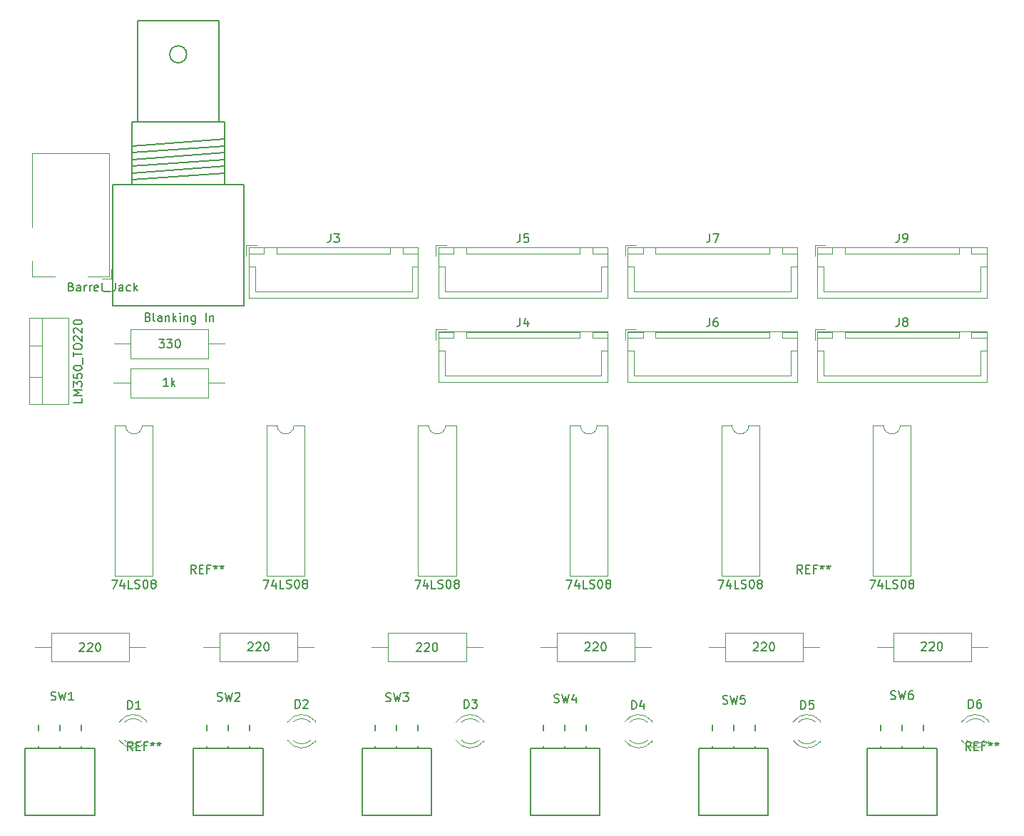
<source format=gbr>
%TF.GenerationSoftware,KiCad,Pcbnew,7.0.6*%
%TF.CreationDate,2023-12-11T13:02:44+00:00*%
%TF.ProjectId,BlankingRelay_Base,426c616e-6b69-46e6-9752-656c61795f42,rev?*%
%TF.SameCoordinates,Original*%
%TF.FileFunction,Legend,Top*%
%TF.FilePolarity,Positive*%
%FSLAX46Y46*%
G04 Gerber Fmt 4.6, Leading zero omitted, Abs format (unit mm)*
G04 Created by KiCad (PCBNEW 7.0.6) date 2023-12-11 13:02:44*
%MOMM*%
%LPD*%
G01*
G04 APERTURE LIST*
%ADD10C,0.150000*%
%ADD11C,0.120000*%
G04 APERTURE END LIST*
D10*
X57361905Y-129550057D02*
X57409524Y-129502438D01*
X57409524Y-129502438D02*
X57504762Y-129454819D01*
X57504762Y-129454819D02*
X57742857Y-129454819D01*
X57742857Y-129454819D02*
X57838095Y-129502438D01*
X57838095Y-129502438D02*
X57885714Y-129550057D01*
X57885714Y-129550057D02*
X57933333Y-129645295D01*
X57933333Y-129645295D02*
X57933333Y-129740533D01*
X57933333Y-129740533D02*
X57885714Y-129883390D01*
X57885714Y-129883390D02*
X57314286Y-130454819D01*
X57314286Y-130454819D02*
X57933333Y-130454819D01*
X58314286Y-129550057D02*
X58361905Y-129502438D01*
X58361905Y-129502438D02*
X58457143Y-129454819D01*
X58457143Y-129454819D02*
X58695238Y-129454819D01*
X58695238Y-129454819D02*
X58790476Y-129502438D01*
X58790476Y-129502438D02*
X58838095Y-129550057D01*
X58838095Y-129550057D02*
X58885714Y-129645295D01*
X58885714Y-129645295D02*
X58885714Y-129740533D01*
X58885714Y-129740533D02*
X58838095Y-129883390D01*
X58838095Y-129883390D02*
X58266667Y-130454819D01*
X58266667Y-130454819D02*
X58885714Y-130454819D01*
X59504762Y-129454819D02*
X59600000Y-129454819D01*
X59600000Y-129454819D02*
X59695238Y-129502438D01*
X59695238Y-129502438D02*
X59742857Y-129550057D01*
X59742857Y-129550057D02*
X59790476Y-129645295D01*
X59790476Y-129645295D02*
X59838095Y-129835771D01*
X59838095Y-129835771D02*
X59838095Y-130073866D01*
X59838095Y-130073866D02*
X59790476Y-130264342D01*
X59790476Y-130264342D02*
X59742857Y-130359580D01*
X59742857Y-130359580D02*
X59695238Y-130407200D01*
X59695238Y-130407200D02*
X59600000Y-130454819D01*
X59600000Y-130454819D02*
X59504762Y-130454819D01*
X59504762Y-130454819D02*
X59409524Y-130407200D01*
X59409524Y-130407200D02*
X59361905Y-130359580D01*
X59361905Y-130359580D02*
X59314286Y-130264342D01*
X59314286Y-130264342D02*
X59266667Y-130073866D01*
X59266667Y-130073866D02*
X59266667Y-129835771D01*
X59266667Y-129835771D02*
X59314286Y-129645295D01*
X59314286Y-129645295D02*
X59361905Y-129550057D01*
X59361905Y-129550057D02*
X59409524Y-129502438D01*
X59409524Y-129502438D02*
X59504762Y-129454819D01*
X62961905Y-137254819D02*
X62961905Y-136254819D01*
X62961905Y-136254819D02*
X63200000Y-136254819D01*
X63200000Y-136254819D02*
X63342857Y-136302438D01*
X63342857Y-136302438D02*
X63438095Y-136397676D01*
X63438095Y-136397676D02*
X63485714Y-136492914D01*
X63485714Y-136492914D02*
X63533333Y-136683390D01*
X63533333Y-136683390D02*
X63533333Y-136826247D01*
X63533333Y-136826247D02*
X63485714Y-137016723D01*
X63485714Y-137016723D02*
X63438095Y-137111961D01*
X63438095Y-137111961D02*
X63342857Y-137207200D01*
X63342857Y-137207200D02*
X63200000Y-137254819D01*
X63200000Y-137254819D02*
X62961905Y-137254819D01*
X63914286Y-136350057D02*
X63961905Y-136302438D01*
X63961905Y-136302438D02*
X64057143Y-136254819D01*
X64057143Y-136254819D02*
X64295238Y-136254819D01*
X64295238Y-136254819D02*
X64390476Y-136302438D01*
X64390476Y-136302438D02*
X64438095Y-136350057D01*
X64438095Y-136350057D02*
X64485714Y-136445295D01*
X64485714Y-136445295D02*
X64485714Y-136540533D01*
X64485714Y-136540533D02*
X64438095Y-136683390D01*
X64438095Y-136683390D02*
X63866667Y-137254819D01*
X63866667Y-137254819D02*
X64485714Y-137254819D01*
X43666666Y-142254819D02*
X43333333Y-141778628D01*
X43095238Y-142254819D02*
X43095238Y-141254819D01*
X43095238Y-141254819D02*
X43476190Y-141254819D01*
X43476190Y-141254819D02*
X43571428Y-141302438D01*
X43571428Y-141302438D02*
X43619047Y-141350057D01*
X43619047Y-141350057D02*
X43666666Y-141445295D01*
X43666666Y-141445295D02*
X43666666Y-141588152D01*
X43666666Y-141588152D02*
X43619047Y-141683390D01*
X43619047Y-141683390D02*
X43571428Y-141731009D01*
X43571428Y-141731009D02*
X43476190Y-141778628D01*
X43476190Y-141778628D02*
X43095238Y-141778628D01*
X44095238Y-141731009D02*
X44428571Y-141731009D01*
X44571428Y-142254819D02*
X44095238Y-142254819D01*
X44095238Y-142254819D02*
X44095238Y-141254819D01*
X44095238Y-141254819D02*
X44571428Y-141254819D01*
X45333333Y-141731009D02*
X45000000Y-141731009D01*
X45000000Y-142254819D02*
X45000000Y-141254819D01*
X45000000Y-141254819D02*
X45476190Y-141254819D01*
X46000000Y-141254819D02*
X46000000Y-141492914D01*
X45761905Y-141397676D02*
X46000000Y-141492914D01*
X46000000Y-141492914D02*
X46238095Y-141397676D01*
X45857143Y-141683390D02*
X46000000Y-141492914D01*
X46000000Y-141492914D02*
X46142857Y-141683390D01*
X46761905Y-141254819D02*
X46761905Y-141492914D01*
X46523810Y-141397676D02*
X46761905Y-141492914D01*
X46761905Y-141492914D02*
X47000000Y-141397676D01*
X46619048Y-141683390D02*
X46761905Y-141492914D01*
X46761905Y-141492914D02*
X46904762Y-141683390D01*
X95167143Y-122024819D02*
X95833809Y-122024819D01*
X95833809Y-122024819D02*
X95405238Y-123024819D01*
X96643333Y-122358152D02*
X96643333Y-123024819D01*
X96405238Y-121977200D02*
X96167143Y-122691485D01*
X96167143Y-122691485D02*
X96786190Y-122691485D01*
X97643333Y-123024819D02*
X97167143Y-123024819D01*
X97167143Y-123024819D02*
X97167143Y-122024819D01*
X97929048Y-122977200D02*
X98071905Y-123024819D01*
X98071905Y-123024819D02*
X98310000Y-123024819D01*
X98310000Y-123024819D02*
X98405238Y-122977200D01*
X98405238Y-122977200D02*
X98452857Y-122929580D01*
X98452857Y-122929580D02*
X98500476Y-122834342D01*
X98500476Y-122834342D02*
X98500476Y-122739104D01*
X98500476Y-122739104D02*
X98452857Y-122643866D01*
X98452857Y-122643866D02*
X98405238Y-122596247D01*
X98405238Y-122596247D02*
X98310000Y-122548628D01*
X98310000Y-122548628D02*
X98119524Y-122501009D01*
X98119524Y-122501009D02*
X98024286Y-122453390D01*
X98024286Y-122453390D02*
X97976667Y-122405771D01*
X97976667Y-122405771D02*
X97929048Y-122310533D01*
X97929048Y-122310533D02*
X97929048Y-122215295D01*
X97929048Y-122215295D02*
X97976667Y-122120057D01*
X97976667Y-122120057D02*
X98024286Y-122072438D01*
X98024286Y-122072438D02*
X98119524Y-122024819D01*
X98119524Y-122024819D02*
X98357619Y-122024819D01*
X98357619Y-122024819D02*
X98500476Y-122072438D01*
X99119524Y-122024819D02*
X99214762Y-122024819D01*
X99214762Y-122024819D02*
X99310000Y-122072438D01*
X99310000Y-122072438D02*
X99357619Y-122120057D01*
X99357619Y-122120057D02*
X99405238Y-122215295D01*
X99405238Y-122215295D02*
X99452857Y-122405771D01*
X99452857Y-122405771D02*
X99452857Y-122643866D01*
X99452857Y-122643866D02*
X99405238Y-122834342D01*
X99405238Y-122834342D02*
X99357619Y-122929580D01*
X99357619Y-122929580D02*
X99310000Y-122977200D01*
X99310000Y-122977200D02*
X99214762Y-123024819D01*
X99214762Y-123024819D02*
X99119524Y-123024819D01*
X99119524Y-123024819D02*
X99024286Y-122977200D01*
X99024286Y-122977200D02*
X98976667Y-122929580D01*
X98976667Y-122929580D02*
X98929048Y-122834342D01*
X98929048Y-122834342D02*
X98881429Y-122643866D01*
X98881429Y-122643866D02*
X98881429Y-122405771D01*
X98881429Y-122405771D02*
X98929048Y-122215295D01*
X98929048Y-122215295D02*
X98976667Y-122120057D01*
X98976667Y-122120057D02*
X99024286Y-122072438D01*
X99024286Y-122072438D02*
X99119524Y-122024819D01*
X100024286Y-122453390D02*
X99929048Y-122405771D01*
X99929048Y-122405771D02*
X99881429Y-122358152D01*
X99881429Y-122358152D02*
X99833810Y-122262914D01*
X99833810Y-122262914D02*
X99833810Y-122215295D01*
X99833810Y-122215295D02*
X99881429Y-122120057D01*
X99881429Y-122120057D02*
X99929048Y-122072438D01*
X99929048Y-122072438D02*
X100024286Y-122024819D01*
X100024286Y-122024819D02*
X100214762Y-122024819D01*
X100214762Y-122024819D02*
X100310000Y-122072438D01*
X100310000Y-122072438D02*
X100357619Y-122120057D01*
X100357619Y-122120057D02*
X100405238Y-122215295D01*
X100405238Y-122215295D02*
X100405238Y-122262914D01*
X100405238Y-122262914D02*
X100357619Y-122358152D01*
X100357619Y-122358152D02*
X100310000Y-122405771D01*
X100310000Y-122405771D02*
X100214762Y-122453390D01*
X100214762Y-122453390D02*
X100024286Y-122453390D01*
X100024286Y-122453390D02*
X99929048Y-122501009D01*
X99929048Y-122501009D02*
X99881429Y-122548628D01*
X99881429Y-122548628D02*
X99833810Y-122643866D01*
X99833810Y-122643866D02*
X99833810Y-122834342D01*
X99833810Y-122834342D02*
X99881429Y-122929580D01*
X99881429Y-122929580D02*
X99929048Y-122977200D01*
X99929048Y-122977200D02*
X100024286Y-123024819D01*
X100024286Y-123024819D02*
X100214762Y-123024819D01*
X100214762Y-123024819D02*
X100310000Y-122977200D01*
X100310000Y-122977200D02*
X100357619Y-122929580D01*
X100357619Y-122929580D02*
X100405238Y-122834342D01*
X100405238Y-122834342D02*
X100405238Y-122643866D01*
X100405238Y-122643866D02*
X100357619Y-122548628D01*
X100357619Y-122548628D02*
X100310000Y-122501009D01*
X100310000Y-122501009D02*
X100214762Y-122453390D01*
X113716667Y-136707200D02*
X113859524Y-136754819D01*
X113859524Y-136754819D02*
X114097619Y-136754819D01*
X114097619Y-136754819D02*
X114192857Y-136707200D01*
X114192857Y-136707200D02*
X114240476Y-136659580D01*
X114240476Y-136659580D02*
X114288095Y-136564342D01*
X114288095Y-136564342D02*
X114288095Y-136469104D01*
X114288095Y-136469104D02*
X114240476Y-136373866D01*
X114240476Y-136373866D02*
X114192857Y-136326247D01*
X114192857Y-136326247D02*
X114097619Y-136278628D01*
X114097619Y-136278628D02*
X113907143Y-136231009D01*
X113907143Y-136231009D02*
X113811905Y-136183390D01*
X113811905Y-136183390D02*
X113764286Y-136135771D01*
X113764286Y-136135771D02*
X113716667Y-136040533D01*
X113716667Y-136040533D02*
X113716667Y-135945295D01*
X113716667Y-135945295D02*
X113764286Y-135850057D01*
X113764286Y-135850057D02*
X113811905Y-135802438D01*
X113811905Y-135802438D02*
X113907143Y-135754819D01*
X113907143Y-135754819D02*
X114145238Y-135754819D01*
X114145238Y-135754819D02*
X114288095Y-135802438D01*
X114621429Y-135754819D02*
X114859524Y-136754819D01*
X114859524Y-136754819D02*
X115050000Y-136040533D01*
X115050000Y-136040533D02*
X115240476Y-136754819D01*
X115240476Y-136754819D02*
X115478572Y-135754819D01*
X116335714Y-135754819D02*
X115859524Y-135754819D01*
X115859524Y-135754819D02*
X115811905Y-136231009D01*
X115811905Y-136231009D02*
X115859524Y-136183390D01*
X115859524Y-136183390D02*
X115954762Y-136135771D01*
X115954762Y-136135771D02*
X116192857Y-136135771D01*
X116192857Y-136135771D02*
X116288095Y-136183390D01*
X116288095Y-136183390D02*
X116335714Y-136231009D01*
X116335714Y-136231009D02*
X116383333Y-136326247D01*
X116383333Y-136326247D02*
X116383333Y-136564342D01*
X116383333Y-136564342D02*
X116335714Y-136659580D01*
X116335714Y-136659580D02*
X116288095Y-136707200D01*
X116288095Y-136707200D02*
X116192857Y-136754819D01*
X116192857Y-136754819D02*
X115954762Y-136754819D01*
X115954762Y-136754819D02*
X115859524Y-136707200D01*
X115859524Y-136707200D02*
X115811905Y-136659580D01*
X46770286Y-93434819D02*
X47389333Y-93434819D01*
X47389333Y-93434819D02*
X47056000Y-93815771D01*
X47056000Y-93815771D02*
X47198857Y-93815771D01*
X47198857Y-93815771D02*
X47294095Y-93863390D01*
X47294095Y-93863390D02*
X47341714Y-93911009D01*
X47341714Y-93911009D02*
X47389333Y-94006247D01*
X47389333Y-94006247D02*
X47389333Y-94244342D01*
X47389333Y-94244342D02*
X47341714Y-94339580D01*
X47341714Y-94339580D02*
X47294095Y-94387200D01*
X47294095Y-94387200D02*
X47198857Y-94434819D01*
X47198857Y-94434819D02*
X46913143Y-94434819D01*
X46913143Y-94434819D02*
X46817905Y-94387200D01*
X46817905Y-94387200D02*
X46770286Y-94339580D01*
X47722667Y-93434819D02*
X48341714Y-93434819D01*
X48341714Y-93434819D02*
X48008381Y-93815771D01*
X48008381Y-93815771D02*
X48151238Y-93815771D01*
X48151238Y-93815771D02*
X48246476Y-93863390D01*
X48246476Y-93863390D02*
X48294095Y-93911009D01*
X48294095Y-93911009D02*
X48341714Y-94006247D01*
X48341714Y-94006247D02*
X48341714Y-94244342D01*
X48341714Y-94244342D02*
X48294095Y-94339580D01*
X48294095Y-94339580D02*
X48246476Y-94387200D01*
X48246476Y-94387200D02*
X48151238Y-94434819D01*
X48151238Y-94434819D02*
X47865524Y-94434819D01*
X47865524Y-94434819D02*
X47770286Y-94387200D01*
X47770286Y-94387200D02*
X47722667Y-94339580D01*
X48960762Y-93434819D02*
X49056000Y-93434819D01*
X49056000Y-93434819D02*
X49151238Y-93482438D01*
X49151238Y-93482438D02*
X49198857Y-93530057D01*
X49198857Y-93530057D02*
X49246476Y-93625295D01*
X49246476Y-93625295D02*
X49294095Y-93815771D01*
X49294095Y-93815771D02*
X49294095Y-94053866D01*
X49294095Y-94053866D02*
X49246476Y-94244342D01*
X49246476Y-94244342D02*
X49198857Y-94339580D01*
X49198857Y-94339580D02*
X49151238Y-94387200D01*
X49151238Y-94387200D02*
X49056000Y-94434819D01*
X49056000Y-94434819D02*
X48960762Y-94434819D01*
X48960762Y-94434819D02*
X48865524Y-94387200D01*
X48865524Y-94387200D02*
X48817905Y-94339580D01*
X48817905Y-94339580D02*
X48770286Y-94244342D01*
X48770286Y-94244342D02*
X48722667Y-94053866D01*
X48722667Y-94053866D02*
X48722667Y-93815771D01*
X48722667Y-93815771D02*
X48770286Y-93625295D01*
X48770286Y-93625295D02*
X48817905Y-93530057D01*
X48817905Y-93530057D02*
X48865524Y-93482438D01*
X48865524Y-93482438D02*
X48960762Y-93434819D01*
X123011905Y-137354819D02*
X123011905Y-136354819D01*
X123011905Y-136354819D02*
X123250000Y-136354819D01*
X123250000Y-136354819D02*
X123392857Y-136402438D01*
X123392857Y-136402438D02*
X123488095Y-136497676D01*
X123488095Y-136497676D02*
X123535714Y-136592914D01*
X123535714Y-136592914D02*
X123583333Y-136783390D01*
X123583333Y-136783390D02*
X123583333Y-136926247D01*
X123583333Y-136926247D02*
X123535714Y-137116723D01*
X123535714Y-137116723D02*
X123488095Y-137211961D01*
X123488095Y-137211961D02*
X123392857Y-137307200D01*
X123392857Y-137307200D02*
X123250000Y-137354819D01*
X123250000Y-137354819D02*
X123011905Y-137354819D01*
X124488095Y-136354819D02*
X124011905Y-136354819D01*
X124011905Y-136354819D02*
X123964286Y-136831009D01*
X123964286Y-136831009D02*
X124011905Y-136783390D01*
X124011905Y-136783390D02*
X124107143Y-136735771D01*
X124107143Y-136735771D02*
X124345238Y-136735771D01*
X124345238Y-136735771D02*
X124440476Y-136783390D01*
X124440476Y-136783390D02*
X124488095Y-136831009D01*
X124488095Y-136831009D02*
X124535714Y-136926247D01*
X124535714Y-136926247D02*
X124535714Y-137164342D01*
X124535714Y-137164342D02*
X124488095Y-137259580D01*
X124488095Y-137259580D02*
X124440476Y-137307200D01*
X124440476Y-137307200D02*
X124345238Y-137354819D01*
X124345238Y-137354819D02*
X124107143Y-137354819D01*
X124107143Y-137354819D02*
X124011905Y-137307200D01*
X124011905Y-137307200D02*
X123964286Y-137259580D01*
X142911905Y-137254819D02*
X142911905Y-136254819D01*
X142911905Y-136254819D02*
X143150000Y-136254819D01*
X143150000Y-136254819D02*
X143292857Y-136302438D01*
X143292857Y-136302438D02*
X143388095Y-136397676D01*
X143388095Y-136397676D02*
X143435714Y-136492914D01*
X143435714Y-136492914D02*
X143483333Y-136683390D01*
X143483333Y-136683390D02*
X143483333Y-136826247D01*
X143483333Y-136826247D02*
X143435714Y-137016723D01*
X143435714Y-137016723D02*
X143388095Y-137111961D01*
X143388095Y-137111961D02*
X143292857Y-137207200D01*
X143292857Y-137207200D02*
X143150000Y-137254819D01*
X143150000Y-137254819D02*
X142911905Y-137254819D01*
X144340476Y-136254819D02*
X144150000Y-136254819D01*
X144150000Y-136254819D02*
X144054762Y-136302438D01*
X144054762Y-136302438D02*
X144007143Y-136350057D01*
X144007143Y-136350057D02*
X143911905Y-136492914D01*
X143911905Y-136492914D02*
X143864286Y-136683390D01*
X143864286Y-136683390D02*
X143864286Y-137064342D01*
X143864286Y-137064342D02*
X143911905Y-137159580D01*
X143911905Y-137159580D02*
X143959524Y-137207200D01*
X143959524Y-137207200D02*
X144054762Y-137254819D01*
X144054762Y-137254819D02*
X144245238Y-137254819D01*
X144245238Y-137254819D02*
X144340476Y-137207200D01*
X144340476Y-137207200D02*
X144388095Y-137159580D01*
X144388095Y-137159580D02*
X144435714Y-137064342D01*
X144435714Y-137064342D02*
X144435714Y-136826247D01*
X144435714Y-136826247D02*
X144388095Y-136731009D01*
X144388095Y-136731009D02*
X144340476Y-136683390D01*
X144340476Y-136683390D02*
X144245238Y-136635771D01*
X144245238Y-136635771D02*
X144054762Y-136635771D01*
X144054762Y-136635771D02*
X143959524Y-136683390D01*
X143959524Y-136683390D02*
X143911905Y-136731009D01*
X143911905Y-136731009D02*
X143864286Y-136826247D01*
X113167143Y-122024819D02*
X113833809Y-122024819D01*
X113833809Y-122024819D02*
X113405238Y-123024819D01*
X114643333Y-122358152D02*
X114643333Y-123024819D01*
X114405238Y-121977200D02*
X114167143Y-122691485D01*
X114167143Y-122691485D02*
X114786190Y-122691485D01*
X115643333Y-123024819D02*
X115167143Y-123024819D01*
X115167143Y-123024819D02*
X115167143Y-122024819D01*
X115929048Y-122977200D02*
X116071905Y-123024819D01*
X116071905Y-123024819D02*
X116310000Y-123024819D01*
X116310000Y-123024819D02*
X116405238Y-122977200D01*
X116405238Y-122977200D02*
X116452857Y-122929580D01*
X116452857Y-122929580D02*
X116500476Y-122834342D01*
X116500476Y-122834342D02*
X116500476Y-122739104D01*
X116500476Y-122739104D02*
X116452857Y-122643866D01*
X116452857Y-122643866D02*
X116405238Y-122596247D01*
X116405238Y-122596247D02*
X116310000Y-122548628D01*
X116310000Y-122548628D02*
X116119524Y-122501009D01*
X116119524Y-122501009D02*
X116024286Y-122453390D01*
X116024286Y-122453390D02*
X115976667Y-122405771D01*
X115976667Y-122405771D02*
X115929048Y-122310533D01*
X115929048Y-122310533D02*
X115929048Y-122215295D01*
X115929048Y-122215295D02*
X115976667Y-122120057D01*
X115976667Y-122120057D02*
X116024286Y-122072438D01*
X116024286Y-122072438D02*
X116119524Y-122024819D01*
X116119524Y-122024819D02*
X116357619Y-122024819D01*
X116357619Y-122024819D02*
X116500476Y-122072438D01*
X117119524Y-122024819D02*
X117214762Y-122024819D01*
X117214762Y-122024819D02*
X117310000Y-122072438D01*
X117310000Y-122072438D02*
X117357619Y-122120057D01*
X117357619Y-122120057D02*
X117405238Y-122215295D01*
X117405238Y-122215295D02*
X117452857Y-122405771D01*
X117452857Y-122405771D02*
X117452857Y-122643866D01*
X117452857Y-122643866D02*
X117405238Y-122834342D01*
X117405238Y-122834342D02*
X117357619Y-122929580D01*
X117357619Y-122929580D02*
X117310000Y-122977200D01*
X117310000Y-122977200D02*
X117214762Y-123024819D01*
X117214762Y-123024819D02*
X117119524Y-123024819D01*
X117119524Y-123024819D02*
X117024286Y-122977200D01*
X117024286Y-122977200D02*
X116976667Y-122929580D01*
X116976667Y-122929580D02*
X116929048Y-122834342D01*
X116929048Y-122834342D02*
X116881429Y-122643866D01*
X116881429Y-122643866D02*
X116881429Y-122405771D01*
X116881429Y-122405771D02*
X116929048Y-122215295D01*
X116929048Y-122215295D02*
X116976667Y-122120057D01*
X116976667Y-122120057D02*
X117024286Y-122072438D01*
X117024286Y-122072438D02*
X117119524Y-122024819D01*
X118024286Y-122453390D02*
X117929048Y-122405771D01*
X117929048Y-122405771D02*
X117881429Y-122358152D01*
X117881429Y-122358152D02*
X117833810Y-122262914D01*
X117833810Y-122262914D02*
X117833810Y-122215295D01*
X117833810Y-122215295D02*
X117881429Y-122120057D01*
X117881429Y-122120057D02*
X117929048Y-122072438D01*
X117929048Y-122072438D02*
X118024286Y-122024819D01*
X118024286Y-122024819D02*
X118214762Y-122024819D01*
X118214762Y-122024819D02*
X118310000Y-122072438D01*
X118310000Y-122072438D02*
X118357619Y-122120057D01*
X118357619Y-122120057D02*
X118405238Y-122215295D01*
X118405238Y-122215295D02*
X118405238Y-122262914D01*
X118405238Y-122262914D02*
X118357619Y-122358152D01*
X118357619Y-122358152D02*
X118310000Y-122405771D01*
X118310000Y-122405771D02*
X118214762Y-122453390D01*
X118214762Y-122453390D02*
X118024286Y-122453390D01*
X118024286Y-122453390D02*
X117929048Y-122501009D01*
X117929048Y-122501009D02*
X117881429Y-122548628D01*
X117881429Y-122548628D02*
X117833810Y-122643866D01*
X117833810Y-122643866D02*
X117833810Y-122834342D01*
X117833810Y-122834342D02*
X117881429Y-122929580D01*
X117881429Y-122929580D02*
X117929048Y-122977200D01*
X117929048Y-122977200D02*
X118024286Y-123024819D01*
X118024286Y-123024819D02*
X118214762Y-123024819D01*
X118214762Y-123024819D02*
X118310000Y-122977200D01*
X118310000Y-122977200D02*
X118357619Y-122929580D01*
X118357619Y-122929580D02*
X118405238Y-122834342D01*
X118405238Y-122834342D02*
X118405238Y-122643866D01*
X118405238Y-122643866D02*
X118357619Y-122548628D01*
X118357619Y-122548628D02*
X118310000Y-122501009D01*
X118310000Y-122501009D02*
X118214762Y-122453390D01*
X59167143Y-122024819D02*
X59833809Y-122024819D01*
X59833809Y-122024819D02*
X59405238Y-123024819D01*
X60643333Y-122358152D02*
X60643333Y-123024819D01*
X60405238Y-121977200D02*
X60167143Y-122691485D01*
X60167143Y-122691485D02*
X60786190Y-122691485D01*
X61643333Y-123024819D02*
X61167143Y-123024819D01*
X61167143Y-123024819D02*
X61167143Y-122024819D01*
X61929048Y-122977200D02*
X62071905Y-123024819D01*
X62071905Y-123024819D02*
X62310000Y-123024819D01*
X62310000Y-123024819D02*
X62405238Y-122977200D01*
X62405238Y-122977200D02*
X62452857Y-122929580D01*
X62452857Y-122929580D02*
X62500476Y-122834342D01*
X62500476Y-122834342D02*
X62500476Y-122739104D01*
X62500476Y-122739104D02*
X62452857Y-122643866D01*
X62452857Y-122643866D02*
X62405238Y-122596247D01*
X62405238Y-122596247D02*
X62310000Y-122548628D01*
X62310000Y-122548628D02*
X62119524Y-122501009D01*
X62119524Y-122501009D02*
X62024286Y-122453390D01*
X62024286Y-122453390D02*
X61976667Y-122405771D01*
X61976667Y-122405771D02*
X61929048Y-122310533D01*
X61929048Y-122310533D02*
X61929048Y-122215295D01*
X61929048Y-122215295D02*
X61976667Y-122120057D01*
X61976667Y-122120057D02*
X62024286Y-122072438D01*
X62024286Y-122072438D02*
X62119524Y-122024819D01*
X62119524Y-122024819D02*
X62357619Y-122024819D01*
X62357619Y-122024819D02*
X62500476Y-122072438D01*
X63119524Y-122024819D02*
X63214762Y-122024819D01*
X63214762Y-122024819D02*
X63310000Y-122072438D01*
X63310000Y-122072438D02*
X63357619Y-122120057D01*
X63357619Y-122120057D02*
X63405238Y-122215295D01*
X63405238Y-122215295D02*
X63452857Y-122405771D01*
X63452857Y-122405771D02*
X63452857Y-122643866D01*
X63452857Y-122643866D02*
X63405238Y-122834342D01*
X63405238Y-122834342D02*
X63357619Y-122929580D01*
X63357619Y-122929580D02*
X63310000Y-122977200D01*
X63310000Y-122977200D02*
X63214762Y-123024819D01*
X63214762Y-123024819D02*
X63119524Y-123024819D01*
X63119524Y-123024819D02*
X63024286Y-122977200D01*
X63024286Y-122977200D02*
X62976667Y-122929580D01*
X62976667Y-122929580D02*
X62929048Y-122834342D01*
X62929048Y-122834342D02*
X62881429Y-122643866D01*
X62881429Y-122643866D02*
X62881429Y-122405771D01*
X62881429Y-122405771D02*
X62929048Y-122215295D01*
X62929048Y-122215295D02*
X62976667Y-122120057D01*
X62976667Y-122120057D02*
X63024286Y-122072438D01*
X63024286Y-122072438D02*
X63119524Y-122024819D01*
X64024286Y-122453390D02*
X63929048Y-122405771D01*
X63929048Y-122405771D02*
X63881429Y-122358152D01*
X63881429Y-122358152D02*
X63833810Y-122262914D01*
X63833810Y-122262914D02*
X63833810Y-122215295D01*
X63833810Y-122215295D02*
X63881429Y-122120057D01*
X63881429Y-122120057D02*
X63929048Y-122072438D01*
X63929048Y-122072438D02*
X64024286Y-122024819D01*
X64024286Y-122024819D02*
X64214762Y-122024819D01*
X64214762Y-122024819D02*
X64310000Y-122072438D01*
X64310000Y-122072438D02*
X64357619Y-122120057D01*
X64357619Y-122120057D02*
X64405238Y-122215295D01*
X64405238Y-122215295D02*
X64405238Y-122262914D01*
X64405238Y-122262914D02*
X64357619Y-122358152D01*
X64357619Y-122358152D02*
X64310000Y-122405771D01*
X64310000Y-122405771D02*
X64214762Y-122453390D01*
X64214762Y-122453390D02*
X64024286Y-122453390D01*
X64024286Y-122453390D02*
X63929048Y-122501009D01*
X63929048Y-122501009D02*
X63881429Y-122548628D01*
X63881429Y-122548628D02*
X63833810Y-122643866D01*
X63833810Y-122643866D02*
X63833810Y-122834342D01*
X63833810Y-122834342D02*
X63881429Y-122929580D01*
X63881429Y-122929580D02*
X63929048Y-122977200D01*
X63929048Y-122977200D02*
X64024286Y-123024819D01*
X64024286Y-123024819D02*
X64214762Y-123024819D01*
X64214762Y-123024819D02*
X64310000Y-122977200D01*
X64310000Y-122977200D02*
X64357619Y-122929580D01*
X64357619Y-122929580D02*
X64405238Y-122834342D01*
X64405238Y-122834342D02*
X64405238Y-122643866D01*
X64405238Y-122643866D02*
X64357619Y-122548628D01*
X64357619Y-122548628D02*
X64310000Y-122501009D01*
X64310000Y-122501009D02*
X64214762Y-122453390D01*
X45475714Y-90780799D02*
X45618571Y-90828418D01*
X45618571Y-90828418D02*
X45666190Y-90876037D01*
X45666190Y-90876037D02*
X45713809Y-90971275D01*
X45713809Y-90971275D02*
X45713809Y-91114132D01*
X45713809Y-91114132D02*
X45666190Y-91209370D01*
X45666190Y-91209370D02*
X45618571Y-91256990D01*
X45618571Y-91256990D02*
X45523333Y-91304609D01*
X45523333Y-91304609D02*
X45142381Y-91304609D01*
X45142381Y-91304609D02*
X45142381Y-90304609D01*
X45142381Y-90304609D02*
X45475714Y-90304609D01*
X45475714Y-90304609D02*
X45570952Y-90352228D01*
X45570952Y-90352228D02*
X45618571Y-90399847D01*
X45618571Y-90399847D02*
X45666190Y-90495085D01*
X45666190Y-90495085D02*
X45666190Y-90590323D01*
X45666190Y-90590323D02*
X45618571Y-90685561D01*
X45618571Y-90685561D02*
X45570952Y-90733180D01*
X45570952Y-90733180D02*
X45475714Y-90780799D01*
X45475714Y-90780799D02*
X45142381Y-90780799D01*
X46285238Y-91304609D02*
X46190000Y-91256990D01*
X46190000Y-91256990D02*
X46142381Y-91161751D01*
X46142381Y-91161751D02*
X46142381Y-90304609D01*
X47094762Y-91304609D02*
X47094762Y-90780799D01*
X47094762Y-90780799D02*
X47047143Y-90685561D01*
X47047143Y-90685561D02*
X46951905Y-90637942D01*
X46951905Y-90637942D02*
X46761429Y-90637942D01*
X46761429Y-90637942D02*
X46666191Y-90685561D01*
X47094762Y-91256990D02*
X46999524Y-91304609D01*
X46999524Y-91304609D02*
X46761429Y-91304609D01*
X46761429Y-91304609D02*
X46666191Y-91256990D01*
X46666191Y-91256990D02*
X46618572Y-91161751D01*
X46618572Y-91161751D02*
X46618572Y-91066513D01*
X46618572Y-91066513D02*
X46666191Y-90971275D01*
X46666191Y-90971275D02*
X46761429Y-90923656D01*
X46761429Y-90923656D02*
X46999524Y-90923656D01*
X46999524Y-90923656D02*
X47094762Y-90876037D01*
X47570953Y-90637942D02*
X47570953Y-91304609D01*
X47570953Y-90733180D02*
X47618572Y-90685561D01*
X47618572Y-90685561D02*
X47713810Y-90637942D01*
X47713810Y-90637942D02*
X47856667Y-90637942D01*
X47856667Y-90637942D02*
X47951905Y-90685561D01*
X47951905Y-90685561D02*
X47999524Y-90780799D01*
X47999524Y-90780799D02*
X47999524Y-91304609D01*
X48475715Y-91304609D02*
X48475715Y-90304609D01*
X48570953Y-90923656D02*
X48856667Y-91304609D01*
X48856667Y-90637942D02*
X48475715Y-91018894D01*
X49285239Y-91304609D02*
X49285239Y-90637942D01*
X49285239Y-90304609D02*
X49237620Y-90352228D01*
X49237620Y-90352228D02*
X49285239Y-90399847D01*
X49285239Y-90399847D02*
X49332858Y-90352228D01*
X49332858Y-90352228D02*
X49285239Y-90304609D01*
X49285239Y-90304609D02*
X49285239Y-90399847D01*
X49761429Y-90637942D02*
X49761429Y-91304609D01*
X49761429Y-90733180D02*
X49809048Y-90685561D01*
X49809048Y-90685561D02*
X49904286Y-90637942D01*
X49904286Y-90637942D02*
X50047143Y-90637942D01*
X50047143Y-90637942D02*
X50142381Y-90685561D01*
X50142381Y-90685561D02*
X50190000Y-90780799D01*
X50190000Y-90780799D02*
X50190000Y-91304609D01*
X51094762Y-90637942D02*
X51094762Y-91447466D01*
X51094762Y-91447466D02*
X51047143Y-91542704D01*
X51047143Y-91542704D02*
X50999524Y-91590323D01*
X50999524Y-91590323D02*
X50904286Y-91637942D01*
X50904286Y-91637942D02*
X50761429Y-91637942D01*
X50761429Y-91637942D02*
X50666191Y-91590323D01*
X51094762Y-91256990D02*
X50999524Y-91304609D01*
X50999524Y-91304609D02*
X50809048Y-91304609D01*
X50809048Y-91304609D02*
X50713810Y-91256990D01*
X50713810Y-91256990D02*
X50666191Y-91209370D01*
X50666191Y-91209370D02*
X50618572Y-91114132D01*
X50618572Y-91114132D02*
X50618572Y-90828418D01*
X50618572Y-90828418D02*
X50666191Y-90733180D01*
X50666191Y-90733180D02*
X50713810Y-90685561D01*
X50713810Y-90685561D02*
X50809048Y-90637942D01*
X50809048Y-90637942D02*
X50999524Y-90637942D01*
X50999524Y-90637942D02*
X51094762Y-90685561D01*
X52332858Y-91304609D02*
X52332858Y-90304609D01*
X52809048Y-90637942D02*
X52809048Y-91304609D01*
X52809048Y-90733180D02*
X52856667Y-90685561D01*
X52856667Y-90685561D02*
X52951905Y-90637942D01*
X52951905Y-90637942D02*
X53094762Y-90637942D01*
X53094762Y-90637942D02*
X53190000Y-90685561D01*
X53190000Y-90685561D02*
X53237619Y-90780799D01*
X53237619Y-90780799D02*
X53237619Y-91304609D01*
X53716667Y-136357200D02*
X53859524Y-136404819D01*
X53859524Y-136404819D02*
X54097619Y-136404819D01*
X54097619Y-136404819D02*
X54192857Y-136357200D01*
X54192857Y-136357200D02*
X54240476Y-136309580D01*
X54240476Y-136309580D02*
X54288095Y-136214342D01*
X54288095Y-136214342D02*
X54288095Y-136119104D01*
X54288095Y-136119104D02*
X54240476Y-136023866D01*
X54240476Y-136023866D02*
X54192857Y-135976247D01*
X54192857Y-135976247D02*
X54097619Y-135928628D01*
X54097619Y-135928628D02*
X53907143Y-135881009D01*
X53907143Y-135881009D02*
X53811905Y-135833390D01*
X53811905Y-135833390D02*
X53764286Y-135785771D01*
X53764286Y-135785771D02*
X53716667Y-135690533D01*
X53716667Y-135690533D02*
X53716667Y-135595295D01*
X53716667Y-135595295D02*
X53764286Y-135500057D01*
X53764286Y-135500057D02*
X53811905Y-135452438D01*
X53811905Y-135452438D02*
X53907143Y-135404819D01*
X53907143Y-135404819D02*
X54145238Y-135404819D01*
X54145238Y-135404819D02*
X54288095Y-135452438D01*
X54621429Y-135404819D02*
X54859524Y-136404819D01*
X54859524Y-136404819D02*
X55050000Y-135690533D01*
X55050000Y-135690533D02*
X55240476Y-136404819D01*
X55240476Y-136404819D02*
X55478572Y-135404819D01*
X55811905Y-135500057D02*
X55859524Y-135452438D01*
X55859524Y-135452438D02*
X55954762Y-135404819D01*
X55954762Y-135404819D02*
X56192857Y-135404819D01*
X56192857Y-135404819D02*
X56288095Y-135452438D01*
X56288095Y-135452438D02*
X56335714Y-135500057D01*
X56335714Y-135500057D02*
X56383333Y-135595295D01*
X56383333Y-135595295D02*
X56383333Y-135690533D01*
X56383333Y-135690533D02*
X56335714Y-135833390D01*
X56335714Y-135833390D02*
X55764286Y-136404819D01*
X55764286Y-136404819D02*
X56383333Y-136404819D01*
X93716667Y-136557200D02*
X93859524Y-136604819D01*
X93859524Y-136604819D02*
X94097619Y-136604819D01*
X94097619Y-136604819D02*
X94192857Y-136557200D01*
X94192857Y-136557200D02*
X94240476Y-136509580D01*
X94240476Y-136509580D02*
X94288095Y-136414342D01*
X94288095Y-136414342D02*
X94288095Y-136319104D01*
X94288095Y-136319104D02*
X94240476Y-136223866D01*
X94240476Y-136223866D02*
X94192857Y-136176247D01*
X94192857Y-136176247D02*
X94097619Y-136128628D01*
X94097619Y-136128628D02*
X93907143Y-136081009D01*
X93907143Y-136081009D02*
X93811905Y-136033390D01*
X93811905Y-136033390D02*
X93764286Y-135985771D01*
X93764286Y-135985771D02*
X93716667Y-135890533D01*
X93716667Y-135890533D02*
X93716667Y-135795295D01*
X93716667Y-135795295D02*
X93764286Y-135700057D01*
X93764286Y-135700057D02*
X93811905Y-135652438D01*
X93811905Y-135652438D02*
X93907143Y-135604819D01*
X93907143Y-135604819D02*
X94145238Y-135604819D01*
X94145238Y-135604819D02*
X94288095Y-135652438D01*
X94621429Y-135604819D02*
X94859524Y-136604819D01*
X94859524Y-136604819D02*
X95050000Y-135890533D01*
X95050000Y-135890533D02*
X95240476Y-136604819D01*
X95240476Y-136604819D02*
X95478572Y-135604819D01*
X96288095Y-135938152D02*
X96288095Y-136604819D01*
X96050000Y-135557200D02*
X95811905Y-136271485D01*
X95811905Y-136271485D02*
X96430952Y-136271485D01*
X47880952Y-99004819D02*
X47309524Y-99004819D01*
X47595238Y-99004819D02*
X47595238Y-98004819D01*
X47595238Y-98004819D02*
X47500000Y-98147676D01*
X47500000Y-98147676D02*
X47404762Y-98242914D01*
X47404762Y-98242914D02*
X47309524Y-98290533D01*
X48309524Y-99004819D02*
X48309524Y-98004819D01*
X48404762Y-98623866D02*
X48690476Y-99004819D01*
X48690476Y-98338152D02*
X48309524Y-98719104D01*
X73716667Y-136407200D02*
X73859524Y-136454819D01*
X73859524Y-136454819D02*
X74097619Y-136454819D01*
X74097619Y-136454819D02*
X74192857Y-136407200D01*
X74192857Y-136407200D02*
X74240476Y-136359580D01*
X74240476Y-136359580D02*
X74288095Y-136264342D01*
X74288095Y-136264342D02*
X74288095Y-136169104D01*
X74288095Y-136169104D02*
X74240476Y-136073866D01*
X74240476Y-136073866D02*
X74192857Y-136026247D01*
X74192857Y-136026247D02*
X74097619Y-135978628D01*
X74097619Y-135978628D02*
X73907143Y-135931009D01*
X73907143Y-135931009D02*
X73811905Y-135883390D01*
X73811905Y-135883390D02*
X73764286Y-135835771D01*
X73764286Y-135835771D02*
X73716667Y-135740533D01*
X73716667Y-135740533D02*
X73716667Y-135645295D01*
X73716667Y-135645295D02*
X73764286Y-135550057D01*
X73764286Y-135550057D02*
X73811905Y-135502438D01*
X73811905Y-135502438D02*
X73907143Y-135454819D01*
X73907143Y-135454819D02*
X74145238Y-135454819D01*
X74145238Y-135454819D02*
X74288095Y-135502438D01*
X74621429Y-135454819D02*
X74859524Y-136454819D01*
X74859524Y-136454819D02*
X75050000Y-135740533D01*
X75050000Y-135740533D02*
X75240476Y-136454819D01*
X75240476Y-136454819D02*
X75478572Y-135454819D01*
X75764286Y-135454819D02*
X76383333Y-135454819D01*
X76383333Y-135454819D02*
X76050000Y-135835771D01*
X76050000Y-135835771D02*
X76192857Y-135835771D01*
X76192857Y-135835771D02*
X76288095Y-135883390D01*
X76288095Y-135883390D02*
X76335714Y-135931009D01*
X76335714Y-135931009D02*
X76383333Y-136026247D01*
X76383333Y-136026247D02*
X76383333Y-136264342D01*
X76383333Y-136264342D02*
X76335714Y-136359580D01*
X76335714Y-136359580D02*
X76288095Y-136407200D01*
X76288095Y-136407200D02*
X76192857Y-136454819D01*
X76192857Y-136454819D02*
X75907143Y-136454819D01*
X75907143Y-136454819D02*
X75811905Y-136407200D01*
X75811905Y-136407200D02*
X75764286Y-136359580D01*
X112166666Y-90904819D02*
X112166666Y-91619104D01*
X112166666Y-91619104D02*
X112119047Y-91761961D01*
X112119047Y-91761961D02*
X112023809Y-91857200D01*
X112023809Y-91857200D02*
X111880952Y-91904819D01*
X111880952Y-91904819D02*
X111785714Y-91904819D01*
X113071428Y-90904819D02*
X112880952Y-90904819D01*
X112880952Y-90904819D02*
X112785714Y-90952438D01*
X112785714Y-90952438D02*
X112738095Y-91000057D01*
X112738095Y-91000057D02*
X112642857Y-91142914D01*
X112642857Y-91142914D02*
X112595238Y-91333390D01*
X112595238Y-91333390D02*
X112595238Y-91714342D01*
X112595238Y-91714342D02*
X112642857Y-91809580D01*
X112642857Y-91809580D02*
X112690476Y-91857200D01*
X112690476Y-91857200D02*
X112785714Y-91904819D01*
X112785714Y-91904819D02*
X112976190Y-91904819D01*
X112976190Y-91904819D02*
X113071428Y-91857200D01*
X113071428Y-91857200D02*
X113119047Y-91809580D01*
X113119047Y-91809580D02*
X113166666Y-91714342D01*
X113166666Y-91714342D02*
X113166666Y-91476247D01*
X113166666Y-91476247D02*
X113119047Y-91381009D01*
X113119047Y-91381009D02*
X113071428Y-91333390D01*
X113071428Y-91333390D02*
X112976190Y-91285771D01*
X112976190Y-91285771D02*
X112785714Y-91285771D01*
X112785714Y-91285771D02*
X112690476Y-91333390D01*
X112690476Y-91333390D02*
X112642857Y-91381009D01*
X112642857Y-91381009D02*
X112595238Y-91476247D01*
X97381905Y-129550057D02*
X97429524Y-129502438D01*
X97429524Y-129502438D02*
X97524762Y-129454819D01*
X97524762Y-129454819D02*
X97762857Y-129454819D01*
X97762857Y-129454819D02*
X97858095Y-129502438D01*
X97858095Y-129502438D02*
X97905714Y-129550057D01*
X97905714Y-129550057D02*
X97953333Y-129645295D01*
X97953333Y-129645295D02*
X97953333Y-129740533D01*
X97953333Y-129740533D02*
X97905714Y-129883390D01*
X97905714Y-129883390D02*
X97334286Y-130454819D01*
X97334286Y-130454819D02*
X97953333Y-130454819D01*
X98334286Y-129550057D02*
X98381905Y-129502438D01*
X98381905Y-129502438D02*
X98477143Y-129454819D01*
X98477143Y-129454819D02*
X98715238Y-129454819D01*
X98715238Y-129454819D02*
X98810476Y-129502438D01*
X98810476Y-129502438D02*
X98858095Y-129550057D01*
X98858095Y-129550057D02*
X98905714Y-129645295D01*
X98905714Y-129645295D02*
X98905714Y-129740533D01*
X98905714Y-129740533D02*
X98858095Y-129883390D01*
X98858095Y-129883390D02*
X98286667Y-130454819D01*
X98286667Y-130454819D02*
X98905714Y-130454819D01*
X99524762Y-129454819D02*
X99620000Y-129454819D01*
X99620000Y-129454819D02*
X99715238Y-129502438D01*
X99715238Y-129502438D02*
X99762857Y-129550057D01*
X99762857Y-129550057D02*
X99810476Y-129645295D01*
X99810476Y-129645295D02*
X99858095Y-129835771D01*
X99858095Y-129835771D02*
X99858095Y-130073866D01*
X99858095Y-130073866D02*
X99810476Y-130264342D01*
X99810476Y-130264342D02*
X99762857Y-130359580D01*
X99762857Y-130359580D02*
X99715238Y-130407200D01*
X99715238Y-130407200D02*
X99620000Y-130454819D01*
X99620000Y-130454819D02*
X99524762Y-130454819D01*
X99524762Y-130454819D02*
X99429524Y-130407200D01*
X99429524Y-130407200D02*
X99381905Y-130359580D01*
X99381905Y-130359580D02*
X99334286Y-130264342D01*
X99334286Y-130264342D02*
X99286667Y-130073866D01*
X99286667Y-130073866D02*
X99286667Y-129835771D01*
X99286667Y-129835771D02*
X99334286Y-129645295D01*
X99334286Y-129645295D02*
X99381905Y-129550057D01*
X99381905Y-129550057D02*
X99429524Y-129502438D01*
X99429524Y-129502438D02*
X99524762Y-129454819D01*
X41167143Y-122024819D02*
X41833809Y-122024819D01*
X41833809Y-122024819D02*
X41405238Y-123024819D01*
X42643333Y-122358152D02*
X42643333Y-123024819D01*
X42405238Y-121977200D02*
X42167143Y-122691485D01*
X42167143Y-122691485D02*
X42786190Y-122691485D01*
X43643333Y-123024819D02*
X43167143Y-123024819D01*
X43167143Y-123024819D02*
X43167143Y-122024819D01*
X43929048Y-122977200D02*
X44071905Y-123024819D01*
X44071905Y-123024819D02*
X44310000Y-123024819D01*
X44310000Y-123024819D02*
X44405238Y-122977200D01*
X44405238Y-122977200D02*
X44452857Y-122929580D01*
X44452857Y-122929580D02*
X44500476Y-122834342D01*
X44500476Y-122834342D02*
X44500476Y-122739104D01*
X44500476Y-122739104D02*
X44452857Y-122643866D01*
X44452857Y-122643866D02*
X44405238Y-122596247D01*
X44405238Y-122596247D02*
X44310000Y-122548628D01*
X44310000Y-122548628D02*
X44119524Y-122501009D01*
X44119524Y-122501009D02*
X44024286Y-122453390D01*
X44024286Y-122453390D02*
X43976667Y-122405771D01*
X43976667Y-122405771D02*
X43929048Y-122310533D01*
X43929048Y-122310533D02*
X43929048Y-122215295D01*
X43929048Y-122215295D02*
X43976667Y-122120057D01*
X43976667Y-122120057D02*
X44024286Y-122072438D01*
X44024286Y-122072438D02*
X44119524Y-122024819D01*
X44119524Y-122024819D02*
X44357619Y-122024819D01*
X44357619Y-122024819D02*
X44500476Y-122072438D01*
X45119524Y-122024819D02*
X45214762Y-122024819D01*
X45214762Y-122024819D02*
X45310000Y-122072438D01*
X45310000Y-122072438D02*
X45357619Y-122120057D01*
X45357619Y-122120057D02*
X45405238Y-122215295D01*
X45405238Y-122215295D02*
X45452857Y-122405771D01*
X45452857Y-122405771D02*
X45452857Y-122643866D01*
X45452857Y-122643866D02*
X45405238Y-122834342D01*
X45405238Y-122834342D02*
X45357619Y-122929580D01*
X45357619Y-122929580D02*
X45310000Y-122977200D01*
X45310000Y-122977200D02*
X45214762Y-123024819D01*
X45214762Y-123024819D02*
X45119524Y-123024819D01*
X45119524Y-123024819D02*
X45024286Y-122977200D01*
X45024286Y-122977200D02*
X44976667Y-122929580D01*
X44976667Y-122929580D02*
X44929048Y-122834342D01*
X44929048Y-122834342D02*
X44881429Y-122643866D01*
X44881429Y-122643866D02*
X44881429Y-122405771D01*
X44881429Y-122405771D02*
X44929048Y-122215295D01*
X44929048Y-122215295D02*
X44976667Y-122120057D01*
X44976667Y-122120057D02*
X45024286Y-122072438D01*
X45024286Y-122072438D02*
X45119524Y-122024819D01*
X46024286Y-122453390D02*
X45929048Y-122405771D01*
X45929048Y-122405771D02*
X45881429Y-122358152D01*
X45881429Y-122358152D02*
X45833810Y-122262914D01*
X45833810Y-122262914D02*
X45833810Y-122215295D01*
X45833810Y-122215295D02*
X45881429Y-122120057D01*
X45881429Y-122120057D02*
X45929048Y-122072438D01*
X45929048Y-122072438D02*
X46024286Y-122024819D01*
X46024286Y-122024819D02*
X46214762Y-122024819D01*
X46214762Y-122024819D02*
X46310000Y-122072438D01*
X46310000Y-122072438D02*
X46357619Y-122120057D01*
X46357619Y-122120057D02*
X46405238Y-122215295D01*
X46405238Y-122215295D02*
X46405238Y-122262914D01*
X46405238Y-122262914D02*
X46357619Y-122358152D01*
X46357619Y-122358152D02*
X46310000Y-122405771D01*
X46310000Y-122405771D02*
X46214762Y-122453390D01*
X46214762Y-122453390D02*
X46024286Y-122453390D01*
X46024286Y-122453390D02*
X45929048Y-122501009D01*
X45929048Y-122501009D02*
X45881429Y-122548628D01*
X45881429Y-122548628D02*
X45833810Y-122643866D01*
X45833810Y-122643866D02*
X45833810Y-122834342D01*
X45833810Y-122834342D02*
X45881429Y-122929580D01*
X45881429Y-122929580D02*
X45929048Y-122977200D01*
X45929048Y-122977200D02*
X46024286Y-123024819D01*
X46024286Y-123024819D02*
X46214762Y-123024819D01*
X46214762Y-123024819D02*
X46310000Y-122977200D01*
X46310000Y-122977200D02*
X46357619Y-122929580D01*
X46357619Y-122929580D02*
X46405238Y-122834342D01*
X46405238Y-122834342D02*
X46405238Y-122643866D01*
X46405238Y-122643866D02*
X46357619Y-122548628D01*
X46357619Y-122548628D02*
X46310000Y-122501009D01*
X46310000Y-122501009D02*
X46214762Y-122453390D01*
X77361905Y-129600057D02*
X77409524Y-129552438D01*
X77409524Y-129552438D02*
X77504762Y-129504819D01*
X77504762Y-129504819D02*
X77742857Y-129504819D01*
X77742857Y-129504819D02*
X77838095Y-129552438D01*
X77838095Y-129552438D02*
X77885714Y-129600057D01*
X77885714Y-129600057D02*
X77933333Y-129695295D01*
X77933333Y-129695295D02*
X77933333Y-129790533D01*
X77933333Y-129790533D02*
X77885714Y-129933390D01*
X77885714Y-129933390D02*
X77314286Y-130504819D01*
X77314286Y-130504819D02*
X77933333Y-130504819D01*
X78314286Y-129600057D02*
X78361905Y-129552438D01*
X78361905Y-129552438D02*
X78457143Y-129504819D01*
X78457143Y-129504819D02*
X78695238Y-129504819D01*
X78695238Y-129504819D02*
X78790476Y-129552438D01*
X78790476Y-129552438D02*
X78838095Y-129600057D01*
X78838095Y-129600057D02*
X78885714Y-129695295D01*
X78885714Y-129695295D02*
X78885714Y-129790533D01*
X78885714Y-129790533D02*
X78838095Y-129933390D01*
X78838095Y-129933390D02*
X78266667Y-130504819D01*
X78266667Y-130504819D02*
X78885714Y-130504819D01*
X79504762Y-129504819D02*
X79600000Y-129504819D01*
X79600000Y-129504819D02*
X79695238Y-129552438D01*
X79695238Y-129552438D02*
X79742857Y-129600057D01*
X79742857Y-129600057D02*
X79790476Y-129695295D01*
X79790476Y-129695295D02*
X79838095Y-129885771D01*
X79838095Y-129885771D02*
X79838095Y-130123866D01*
X79838095Y-130123866D02*
X79790476Y-130314342D01*
X79790476Y-130314342D02*
X79742857Y-130409580D01*
X79742857Y-130409580D02*
X79695238Y-130457200D01*
X79695238Y-130457200D02*
X79600000Y-130504819D01*
X79600000Y-130504819D02*
X79504762Y-130504819D01*
X79504762Y-130504819D02*
X79409524Y-130457200D01*
X79409524Y-130457200D02*
X79361905Y-130409580D01*
X79361905Y-130409580D02*
X79314286Y-130314342D01*
X79314286Y-130314342D02*
X79266667Y-130123866D01*
X79266667Y-130123866D02*
X79266667Y-129885771D01*
X79266667Y-129885771D02*
X79314286Y-129695295D01*
X79314286Y-129695295D02*
X79361905Y-129600057D01*
X79361905Y-129600057D02*
X79409524Y-129552438D01*
X79409524Y-129552438D02*
X79504762Y-129504819D01*
X143166666Y-142254819D02*
X142833333Y-141778628D01*
X142595238Y-142254819D02*
X142595238Y-141254819D01*
X142595238Y-141254819D02*
X142976190Y-141254819D01*
X142976190Y-141254819D02*
X143071428Y-141302438D01*
X143071428Y-141302438D02*
X143119047Y-141350057D01*
X143119047Y-141350057D02*
X143166666Y-141445295D01*
X143166666Y-141445295D02*
X143166666Y-141588152D01*
X143166666Y-141588152D02*
X143119047Y-141683390D01*
X143119047Y-141683390D02*
X143071428Y-141731009D01*
X143071428Y-141731009D02*
X142976190Y-141778628D01*
X142976190Y-141778628D02*
X142595238Y-141778628D01*
X143595238Y-141731009D02*
X143928571Y-141731009D01*
X144071428Y-142254819D02*
X143595238Y-142254819D01*
X143595238Y-142254819D02*
X143595238Y-141254819D01*
X143595238Y-141254819D02*
X144071428Y-141254819D01*
X144833333Y-141731009D02*
X144500000Y-141731009D01*
X144500000Y-142254819D02*
X144500000Y-141254819D01*
X144500000Y-141254819D02*
X144976190Y-141254819D01*
X145500000Y-141254819D02*
X145500000Y-141492914D01*
X145261905Y-141397676D02*
X145500000Y-141492914D01*
X145500000Y-141492914D02*
X145738095Y-141397676D01*
X145357143Y-141683390D02*
X145500000Y-141492914D01*
X145500000Y-141492914D02*
X145642857Y-141683390D01*
X146261905Y-141254819D02*
X146261905Y-141492914D01*
X146023810Y-141397676D02*
X146261905Y-141492914D01*
X146261905Y-141492914D02*
X146500000Y-141397676D01*
X146119048Y-141683390D02*
X146261905Y-141492914D01*
X146261905Y-141492914D02*
X146404762Y-141683390D01*
X43061905Y-137354819D02*
X43061905Y-136354819D01*
X43061905Y-136354819D02*
X43300000Y-136354819D01*
X43300000Y-136354819D02*
X43442857Y-136402438D01*
X43442857Y-136402438D02*
X43538095Y-136497676D01*
X43538095Y-136497676D02*
X43585714Y-136592914D01*
X43585714Y-136592914D02*
X43633333Y-136783390D01*
X43633333Y-136783390D02*
X43633333Y-136926247D01*
X43633333Y-136926247D02*
X43585714Y-137116723D01*
X43585714Y-137116723D02*
X43538095Y-137211961D01*
X43538095Y-137211961D02*
X43442857Y-137307200D01*
X43442857Y-137307200D02*
X43300000Y-137354819D01*
X43300000Y-137354819D02*
X43061905Y-137354819D01*
X44585714Y-137354819D02*
X44014286Y-137354819D01*
X44300000Y-137354819D02*
X44300000Y-136354819D01*
X44300000Y-136354819D02*
X44204762Y-136497676D01*
X44204762Y-136497676D02*
X44109524Y-136592914D01*
X44109524Y-136592914D02*
X44014286Y-136640533D01*
X51166666Y-121254819D02*
X50833333Y-120778628D01*
X50595238Y-121254819D02*
X50595238Y-120254819D01*
X50595238Y-120254819D02*
X50976190Y-120254819D01*
X50976190Y-120254819D02*
X51071428Y-120302438D01*
X51071428Y-120302438D02*
X51119047Y-120350057D01*
X51119047Y-120350057D02*
X51166666Y-120445295D01*
X51166666Y-120445295D02*
X51166666Y-120588152D01*
X51166666Y-120588152D02*
X51119047Y-120683390D01*
X51119047Y-120683390D02*
X51071428Y-120731009D01*
X51071428Y-120731009D02*
X50976190Y-120778628D01*
X50976190Y-120778628D02*
X50595238Y-120778628D01*
X51595238Y-120731009D02*
X51928571Y-120731009D01*
X52071428Y-121254819D02*
X51595238Y-121254819D01*
X51595238Y-121254819D02*
X51595238Y-120254819D01*
X51595238Y-120254819D02*
X52071428Y-120254819D01*
X52833333Y-120731009D02*
X52500000Y-120731009D01*
X52500000Y-121254819D02*
X52500000Y-120254819D01*
X52500000Y-120254819D02*
X52976190Y-120254819D01*
X53500000Y-120254819D02*
X53500000Y-120492914D01*
X53261905Y-120397676D02*
X53500000Y-120492914D01*
X53500000Y-120492914D02*
X53738095Y-120397676D01*
X53357143Y-120683390D02*
X53500000Y-120492914D01*
X53500000Y-120492914D02*
X53642857Y-120683390D01*
X54261905Y-120254819D02*
X54261905Y-120492914D01*
X54023810Y-120397676D02*
X54261905Y-120492914D01*
X54261905Y-120492914D02*
X54500000Y-120397676D01*
X54119048Y-120683390D02*
X54261905Y-120492914D01*
X54261905Y-120492914D02*
X54404762Y-120683390D01*
X117361905Y-129550057D02*
X117409524Y-129502438D01*
X117409524Y-129502438D02*
X117504762Y-129454819D01*
X117504762Y-129454819D02*
X117742857Y-129454819D01*
X117742857Y-129454819D02*
X117838095Y-129502438D01*
X117838095Y-129502438D02*
X117885714Y-129550057D01*
X117885714Y-129550057D02*
X117933333Y-129645295D01*
X117933333Y-129645295D02*
X117933333Y-129740533D01*
X117933333Y-129740533D02*
X117885714Y-129883390D01*
X117885714Y-129883390D02*
X117314286Y-130454819D01*
X117314286Y-130454819D02*
X117933333Y-130454819D01*
X118314286Y-129550057D02*
X118361905Y-129502438D01*
X118361905Y-129502438D02*
X118457143Y-129454819D01*
X118457143Y-129454819D02*
X118695238Y-129454819D01*
X118695238Y-129454819D02*
X118790476Y-129502438D01*
X118790476Y-129502438D02*
X118838095Y-129550057D01*
X118838095Y-129550057D02*
X118885714Y-129645295D01*
X118885714Y-129645295D02*
X118885714Y-129740533D01*
X118885714Y-129740533D02*
X118838095Y-129883390D01*
X118838095Y-129883390D02*
X118266667Y-130454819D01*
X118266667Y-130454819D02*
X118885714Y-130454819D01*
X119504762Y-129454819D02*
X119600000Y-129454819D01*
X119600000Y-129454819D02*
X119695238Y-129502438D01*
X119695238Y-129502438D02*
X119742857Y-129550057D01*
X119742857Y-129550057D02*
X119790476Y-129645295D01*
X119790476Y-129645295D02*
X119838095Y-129835771D01*
X119838095Y-129835771D02*
X119838095Y-130073866D01*
X119838095Y-130073866D02*
X119790476Y-130264342D01*
X119790476Y-130264342D02*
X119742857Y-130359580D01*
X119742857Y-130359580D02*
X119695238Y-130407200D01*
X119695238Y-130407200D02*
X119600000Y-130454819D01*
X119600000Y-130454819D02*
X119504762Y-130454819D01*
X119504762Y-130454819D02*
X119409524Y-130407200D01*
X119409524Y-130407200D02*
X119361905Y-130359580D01*
X119361905Y-130359580D02*
X119314286Y-130264342D01*
X119314286Y-130264342D02*
X119266667Y-130073866D01*
X119266667Y-130073866D02*
X119266667Y-129835771D01*
X119266667Y-129835771D02*
X119314286Y-129645295D01*
X119314286Y-129645295D02*
X119361905Y-129550057D01*
X119361905Y-129550057D02*
X119409524Y-129502438D01*
X119409524Y-129502438D02*
X119504762Y-129454819D01*
X33966667Y-136257200D02*
X34109524Y-136304819D01*
X34109524Y-136304819D02*
X34347619Y-136304819D01*
X34347619Y-136304819D02*
X34442857Y-136257200D01*
X34442857Y-136257200D02*
X34490476Y-136209580D01*
X34490476Y-136209580D02*
X34538095Y-136114342D01*
X34538095Y-136114342D02*
X34538095Y-136019104D01*
X34538095Y-136019104D02*
X34490476Y-135923866D01*
X34490476Y-135923866D02*
X34442857Y-135876247D01*
X34442857Y-135876247D02*
X34347619Y-135828628D01*
X34347619Y-135828628D02*
X34157143Y-135781009D01*
X34157143Y-135781009D02*
X34061905Y-135733390D01*
X34061905Y-135733390D02*
X34014286Y-135685771D01*
X34014286Y-135685771D02*
X33966667Y-135590533D01*
X33966667Y-135590533D02*
X33966667Y-135495295D01*
X33966667Y-135495295D02*
X34014286Y-135400057D01*
X34014286Y-135400057D02*
X34061905Y-135352438D01*
X34061905Y-135352438D02*
X34157143Y-135304819D01*
X34157143Y-135304819D02*
X34395238Y-135304819D01*
X34395238Y-135304819D02*
X34538095Y-135352438D01*
X34871429Y-135304819D02*
X35109524Y-136304819D01*
X35109524Y-136304819D02*
X35300000Y-135590533D01*
X35300000Y-135590533D02*
X35490476Y-136304819D01*
X35490476Y-136304819D02*
X35728572Y-135304819D01*
X36633333Y-136304819D02*
X36061905Y-136304819D01*
X36347619Y-136304819D02*
X36347619Y-135304819D01*
X36347619Y-135304819D02*
X36252381Y-135447676D01*
X36252381Y-135447676D02*
X36157143Y-135542914D01*
X36157143Y-135542914D02*
X36061905Y-135590533D01*
X134666666Y-90904819D02*
X134666666Y-91619104D01*
X134666666Y-91619104D02*
X134619047Y-91761961D01*
X134619047Y-91761961D02*
X134523809Y-91857200D01*
X134523809Y-91857200D02*
X134380952Y-91904819D01*
X134380952Y-91904819D02*
X134285714Y-91904819D01*
X135285714Y-91333390D02*
X135190476Y-91285771D01*
X135190476Y-91285771D02*
X135142857Y-91238152D01*
X135142857Y-91238152D02*
X135095238Y-91142914D01*
X135095238Y-91142914D02*
X135095238Y-91095295D01*
X135095238Y-91095295D02*
X135142857Y-91000057D01*
X135142857Y-91000057D02*
X135190476Y-90952438D01*
X135190476Y-90952438D02*
X135285714Y-90904819D01*
X135285714Y-90904819D02*
X135476190Y-90904819D01*
X135476190Y-90904819D02*
X135571428Y-90952438D01*
X135571428Y-90952438D02*
X135619047Y-91000057D01*
X135619047Y-91000057D02*
X135666666Y-91095295D01*
X135666666Y-91095295D02*
X135666666Y-91142914D01*
X135666666Y-91142914D02*
X135619047Y-91238152D01*
X135619047Y-91238152D02*
X135571428Y-91285771D01*
X135571428Y-91285771D02*
X135476190Y-91333390D01*
X135476190Y-91333390D02*
X135285714Y-91333390D01*
X135285714Y-91333390D02*
X135190476Y-91381009D01*
X135190476Y-91381009D02*
X135142857Y-91428628D01*
X135142857Y-91428628D02*
X135095238Y-91523866D01*
X135095238Y-91523866D02*
X135095238Y-91714342D01*
X135095238Y-91714342D02*
X135142857Y-91809580D01*
X135142857Y-91809580D02*
X135190476Y-91857200D01*
X135190476Y-91857200D02*
X135285714Y-91904819D01*
X135285714Y-91904819D02*
X135476190Y-91904819D01*
X135476190Y-91904819D02*
X135571428Y-91857200D01*
X135571428Y-91857200D02*
X135619047Y-91809580D01*
X135619047Y-91809580D02*
X135666666Y-91714342D01*
X135666666Y-91714342D02*
X135666666Y-91523866D01*
X135666666Y-91523866D02*
X135619047Y-91428628D01*
X135619047Y-91428628D02*
X135571428Y-91381009D01*
X135571428Y-91381009D02*
X135476190Y-91333390D01*
X123166666Y-121254819D02*
X122833333Y-120778628D01*
X122595238Y-121254819D02*
X122595238Y-120254819D01*
X122595238Y-120254819D02*
X122976190Y-120254819D01*
X122976190Y-120254819D02*
X123071428Y-120302438D01*
X123071428Y-120302438D02*
X123119047Y-120350057D01*
X123119047Y-120350057D02*
X123166666Y-120445295D01*
X123166666Y-120445295D02*
X123166666Y-120588152D01*
X123166666Y-120588152D02*
X123119047Y-120683390D01*
X123119047Y-120683390D02*
X123071428Y-120731009D01*
X123071428Y-120731009D02*
X122976190Y-120778628D01*
X122976190Y-120778628D02*
X122595238Y-120778628D01*
X123595238Y-120731009D02*
X123928571Y-120731009D01*
X124071428Y-121254819D02*
X123595238Y-121254819D01*
X123595238Y-121254819D02*
X123595238Y-120254819D01*
X123595238Y-120254819D02*
X124071428Y-120254819D01*
X124833333Y-120731009D02*
X124500000Y-120731009D01*
X124500000Y-121254819D02*
X124500000Y-120254819D01*
X124500000Y-120254819D02*
X124976190Y-120254819D01*
X125500000Y-120254819D02*
X125500000Y-120492914D01*
X125261905Y-120397676D02*
X125500000Y-120492914D01*
X125500000Y-120492914D02*
X125738095Y-120397676D01*
X125357143Y-120683390D02*
X125500000Y-120492914D01*
X125500000Y-120492914D02*
X125642857Y-120683390D01*
X126261905Y-120254819D02*
X126261905Y-120492914D01*
X126023810Y-120397676D02*
X126261905Y-120492914D01*
X126261905Y-120492914D02*
X126500000Y-120397676D01*
X126119048Y-120683390D02*
X126261905Y-120492914D01*
X126261905Y-120492914D02*
X126404762Y-120683390D01*
X112166666Y-80904819D02*
X112166666Y-81619104D01*
X112166666Y-81619104D02*
X112119047Y-81761961D01*
X112119047Y-81761961D02*
X112023809Y-81857200D01*
X112023809Y-81857200D02*
X111880952Y-81904819D01*
X111880952Y-81904819D02*
X111785714Y-81904819D01*
X112547619Y-80904819D02*
X113214285Y-80904819D01*
X113214285Y-80904819D02*
X112785714Y-81904819D01*
X36349403Y-87181009D02*
X36492260Y-87228628D01*
X36492260Y-87228628D02*
X36539879Y-87276247D01*
X36539879Y-87276247D02*
X36587498Y-87371485D01*
X36587498Y-87371485D02*
X36587498Y-87514342D01*
X36587498Y-87514342D02*
X36539879Y-87609580D01*
X36539879Y-87609580D02*
X36492260Y-87657200D01*
X36492260Y-87657200D02*
X36397022Y-87704819D01*
X36397022Y-87704819D02*
X36016070Y-87704819D01*
X36016070Y-87704819D02*
X36016070Y-86704819D01*
X36016070Y-86704819D02*
X36349403Y-86704819D01*
X36349403Y-86704819D02*
X36444641Y-86752438D01*
X36444641Y-86752438D02*
X36492260Y-86800057D01*
X36492260Y-86800057D02*
X36539879Y-86895295D01*
X36539879Y-86895295D02*
X36539879Y-86990533D01*
X36539879Y-86990533D02*
X36492260Y-87085771D01*
X36492260Y-87085771D02*
X36444641Y-87133390D01*
X36444641Y-87133390D02*
X36349403Y-87181009D01*
X36349403Y-87181009D02*
X36016070Y-87181009D01*
X37444641Y-87704819D02*
X37444641Y-87181009D01*
X37444641Y-87181009D02*
X37397022Y-87085771D01*
X37397022Y-87085771D02*
X37301784Y-87038152D01*
X37301784Y-87038152D02*
X37111308Y-87038152D01*
X37111308Y-87038152D02*
X37016070Y-87085771D01*
X37444641Y-87657200D02*
X37349403Y-87704819D01*
X37349403Y-87704819D02*
X37111308Y-87704819D01*
X37111308Y-87704819D02*
X37016070Y-87657200D01*
X37016070Y-87657200D02*
X36968451Y-87561961D01*
X36968451Y-87561961D02*
X36968451Y-87466723D01*
X36968451Y-87466723D02*
X37016070Y-87371485D01*
X37016070Y-87371485D02*
X37111308Y-87323866D01*
X37111308Y-87323866D02*
X37349403Y-87323866D01*
X37349403Y-87323866D02*
X37444641Y-87276247D01*
X37920832Y-87704819D02*
X37920832Y-87038152D01*
X37920832Y-87228628D02*
X37968451Y-87133390D01*
X37968451Y-87133390D02*
X38016070Y-87085771D01*
X38016070Y-87085771D02*
X38111308Y-87038152D01*
X38111308Y-87038152D02*
X38206546Y-87038152D01*
X38539880Y-87704819D02*
X38539880Y-87038152D01*
X38539880Y-87228628D02*
X38587499Y-87133390D01*
X38587499Y-87133390D02*
X38635118Y-87085771D01*
X38635118Y-87085771D02*
X38730356Y-87038152D01*
X38730356Y-87038152D02*
X38825594Y-87038152D01*
X39539880Y-87657200D02*
X39444642Y-87704819D01*
X39444642Y-87704819D02*
X39254166Y-87704819D01*
X39254166Y-87704819D02*
X39158928Y-87657200D01*
X39158928Y-87657200D02*
X39111309Y-87561961D01*
X39111309Y-87561961D02*
X39111309Y-87181009D01*
X39111309Y-87181009D02*
X39158928Y-87085771D01*
X39158928Y-87085771D02*
X39254166Y-87038152D01*
X39254166Y-87038152D02*
X39444642Y-87038152D01*
X39444642Y-87038152D02*
X39539880Y-87085771D01*
X39539880Y-87085771D02*
X39587499Y-87181009D01*
X39587499Y-87181009D02*
X39587499Y-87276247D01*
X39587499Y-87276247D02*
X39111309Y-87371485D01*
X40158928Y-87704819D02*
X40063690Y-87657200D01*
X40063690Y-87657200D02*
X40016071Y-87561961D01*
X40016071Y-87561961D02*
X40016071Y-86704819D01*
X40301786Y-87800057D02*
X41063690Y-87800057D01*
X41587500Y-86704819D02*
X41587500Y-87419104D01*
X41587500Y-87419104D02*
X41539881Y-87561961D01*
X41539881Y-87561961D02*
X41444643Y-87657200D01*
X41444643Y-87657200D02*
X41301786Y-87704819D01*
X41301786Y-87704819D02*
X41206548Y-87704819D01*
X42492262Y-87704819D02*
X42492262Y-87181009D01*
X42492262Y-87181009D02*
X42444643Y-87085771D01*
X42444643Y-87085771D02*
X42349405Y-87038152D01*
X42349405Y-87038152D02*
X42158929Y-87038152D01*
X42158929Y-87038152D02*
X42063691Y-87085771D01*
X42492262Y-87657200D02*
X42397024Y-87704819D01*
X42397024Y-87704819D02*
X42158929Y-87704819D01*
X42158929Y-87704819D02*
X42063691Y-87657200D01*
X42063691Y-87657200D02*
X42016072Y-87561961D01*
X42016072Y-87561961D02*
X42016072Y-87466723D01*
X42016072Y-87466723D02*
X42063691Y-87371485D01*
X42063691Y-87371485D02*
X42158929Y-87323866D01*
X42158929Y-87323866D02*
X42397024Y-87323866D01*
X42397024Y-87323866D02*
X42492262Y-87276247D01*
X43397024Y-87657200D02*
X43301786Y-87704819D01*
X43301786Y-87704819D02*
X43111310Y-87704819D01*
X43111310Y-87704819D02*
X43016072Y-87657200D01*
X43016072Y-87657200D02*
X42968453Y-87609580D01*
X42968453Y-87609580D02*
X42920834Y-87514342D01*
X42920834Y-87514342D02*
X42920834Y-87228628D01*
X42920834Y-87228628D02*
X42968453Y-87133390D01*
X42968453Y-87133390D02*
X43016072Y-87085771D01*
X43016072Y-87085771D02*
X43111310Y-87038152D01*
X43111310Y-87038152D02*
X43301786Y-87038152D01*
X43301786Y-87038152D02*
X43397024Y-87085771D01*
X43825596Y-87704819D02*
X43825596Y-86704819D01*
X43920834Y-87323866D02*
X44206548Y-87704819D01*
X44206548Y-87038152D02*
X43825596Y-87419104D01*
X134666666Y-80904819D02*
X134666666Y-81619104D01*
X134666666Y-81619104D02*
X134619047Y-81761961D01*
X134619047Y-81761961D02*
X134523809Y-81857200D01*
X134523809Y-81857200D02*
X134380952Y-81904819D01*
X134380952Y-81904819D02*
X134285714Y-81904819D01*
X135190476Y-81904819D02*
X135380952Y-81904819D01*
X135380952Y-81904819D02*
X135476190Y-81857200D01*
X135476190Y-81857200D02*
X135523809Y-81809580D01*
X135523809Y-81809580D02*
X135619047Y-81666723D01*
X135619047Y-81666723D02*
X135666666Y-81476247D01*
X135666666Y-81476247D02*
X135666666Y-81095295D01*
X135666666Y-81095295D02*
X135619047Y-81000057D01*
X135619047Y-81000057D02*
X135571428Y-80952438D01*
X135571428Y-80952438D02*
X135476190Y-80904819D01*
X135476190Y-80904819D02*
X135285714Y-80904819D01*
X135285714Y-80904819D02*
X135190476Y-80952438D01*
X135190476Y-80952438D02*
X135142857Y-81000057D01*
X135142857Y-81000057D02*
X135095238Y-81095295D01*
X135095238Y-81095295D02*
X135095238Y-81333390D01*
X135095238Y-81333390D02*
X135142857Y-81428628D01*
X135142857Y-81428628D02*
X135190476Y-81476247D01*
X135190476Y-81476247D02*
X135285714Y-81523866D01*
X135285714Y-81523866D02*
X135476190Y-81523866D01*
X135476190Y-81523866D02*
X135571428Y-81476247D01*
X135571428Y-81476247D02*
X135619047Y-81428628D01*
X135619047Y-81428628D02*
X135666666Y-81333390D01*
X67166666Y-80904819D02*
X67166666Y-81619104D01*
X67166666Y-81619104D02*
X67119047Y-81761961D01*
X67119047Y-81761961D02*
X67023809Y-81857200D01*
X67023809Y-81857200D02*
X66880952Y-81904819D01*
X66880952Y-81904819D02*
X66785714Y-81904819D01*
X67547619Y-80904819D02*
X68166666Y-80904819D01*
X68166666Y-80904819D02*
X67833333Y-81285771D01*
X67833333Y-81285771D02*
X67976190Y-81285771D01*
X67976190Y-81285771D02*
X68071428Y-81333390D01*
X68071428Y-81333390D02*
X68119047Y-81381009D01*
X68119047Y-81381009D02*
X68166666Y-81476247D01*
X68166666Y-81476247D02*
X68166666Y-81714342D01*
X68166666Y-81714342D02*
X68119047Y-81809580D01*
X68119047Y-81809580D02*
X68071428Y-81857200D01*
X68071428Y-81857200D02*
X67976190Y-81904819D01*
X67976190Y-81904819D02*
X67690476Y-81904819D01*
X67690476Y-81904819D02*
X67595238Y-81857200D01*
X67595238Y-81857200D02*
X67547619Y-81809580D01*
X102911905Y-137354819D02*
X102911905Y-136354819D01*
X102911905Y-136354819D02*
X103150000Y-136354819D01*
X103150000Y-136354819D02*
X103292857Y-136402438D01*
X103292857Y-136402438D02*
X103388095Y-136497676D01*
X103388095Y-136497676D02*
X103435714Y-136592914D01*
X103435714Y-136592914D02*
X103483333Y-136783390D01*
X103483333Y-136783390D02*
X103483333Y-136926247D01*
X103483333Y-136926247D02*
X103435714Y-137116723D01*
X103435714Y-137116723D02*
X103388095Y-137211961D01*
X103388095Y-137211961D02*
X103292857Y-137307200D01*
X103292857Y-137307200D02*
X103150000Y-137354819D01*
X103150000Y-137354819D02*
X102911905Y-137354819D01*
X104340476Y-136688152D02*
X104340476Y-137354819D01*
X104102381Y-136307200D02*
X103864286Y-137021485D01*
X103864286Y-137021485D02*
X104483333Y-137021485D01*
X137311905Y-129500057D02*
X137359524Y-129452438D01*
X137359524Y-129452438D02*
X137454762Y-129404819D01*
X137454762Y-129404819D02*
X137692857Y-129404819D01*
X137692857Y-129404819D02*
X137788095Y-129452438D01*
X137788095Y-129452438D02*
X137835714Y-129500057D01*
X137835714Y-129500057D02*
X137883333Y-129595295D01*
X137883333Y-129595295D02*
X137883333Y-129690533D01*
X137883333Y-129690533D02*
X137835714Y-129833390D01*
X137835714Y-129833390D02*
X137264286Y-130404819D01*
X137264286Y-130404819D02*
X137883333Y-130404819D01*
X138264286Y-129500057D02*
X138311905Y-129452438D01*
X138311905Y-129452438D02*
X138407143Y-129404819D01*
X138407143Y-129404819D02*
X138645238Y-129404819D01*
X138645238Y-129404819D02*
X138740476Y-129452438D01*
X138740476Y-129452438D02*
X138788095Y-129500057D01*
X138788095Y-129500057D02*
X138835714Y-129595295D01*
X138835714Y-129595295D02*
X138835714Y-129690533D01*
X138835714Y-129690533D02*
X138788095Y-129833390D01*
X138788095Y-129833390D02*
X138216667Y-130404819D01*
X138216667Y-130404819D02*
X138835714Y-130404819D01*
X139454762Y-129404819D02*
X139550000Y-129404819D01*
X139550000Y-129404819D02*
X139645238Y-129452438D01*
X139645238Y-129452438D02*
X139692857Y-129500057D01*
X139692857Y-129500057D02*
X139740476Y-129595295D01*
X139740476Y-129595295D02*
X139788095Y-129785771D01*
X139788095Y-129785771D02*
X139788095Y-130023866D01*
X139788095Y-130023866D02*
X139740476Y-130214342D01*
X139740476Y-130214342D02*
X139692857Y-130309580D01*
X139692857Y-130309580D02*
X139645238Y-130357200D01*
X139645238Y-130357200D02*
X139550000Y-130404819D01*
X139550000Y-130404819D02*
X139454762Y-130404819D01*
X139454762Y-130404819D02*
X139359524Y-130357200D01*
X139359524Y-130357200D02*
X139311905Y-130309580D01*
X139311905Y-130309580D02*
X139264286Y-130214342D01*
X139264286Y-130214342D02*
X139216667Y-130023866D01*
X139216667Y-130023866D02*
X139216667Y-129785771D01*
X139216667Y-129785771D02*
X139264286Y-129595295D01*
X139264286Y-129595295D02*
X139311905Y-129500057D01*
X139311905Y-129500057D02*
X139359524Y-129452438D01*
X139359524Y-129452438D02*
X139454762Y-129404819D01*
X131167143Y-122024819D02*
X131833809Y-122024819D01*
X131833809Y-122024819D02*
X131405238Y-123024819D01*
X132643333Y-122358152D02*
X132643333Y-123024819D01*
X132405238Y-121977200D02*
X132167143Y-122691485D01*
X132167143Y-122691485D02*
X132786190Y-122691485D01*
X133643333Y-123024819D02*
X133167143Y-123024819D01*
X133167143Y-123024819D02*
X133167143Y-122024819D01*
X133929048Y-122977200D02*
X134071905Y-123024819D01*
X134071905Y-123024819D02*
X134310000Y-123024819D01*
X134310000Y-123024819D02*
X134405238Y-122977200D01*
X134405238Y-122977200D02*
X134452857Y-122929580D01*
X134452857Y-122929580D02*
X134500476Y-122834342D01*
X134500476Y-122834342D02*
X134500476Y-122739104D01*
X134500476Y-122739104D02*
X134452857Y-122643866D01*
X134452857Y-122643866D02*
X134405238Y-122596247D01*
X134405238Y-122596247D02*
X134310000Y-122548628D01*
X134310000Y-122548628D02*
X134119524Y-122501009D01*
X134119524Y-122501009D02*
X134024286Y-122453390D01*
X134024286Y-122453390D02*
X133976667Y-122405771D01*
X133976667Y-122405771D02*
X133929048Y-122310533D01*
X133929048Y-122310533D02*
X133929048Y-122215295D01*
X133929048Y-122215295D02*
X133976667Y-122120057D01*
X133976667Y-122120057D02*
X134024286Y-122072438D01*
X134024286Y-122072438D02*
X134119524Y-122024819D01*
X134119524Y-122024819D02*
X134357619Y-122024819D01*
X134357619Y-122024819D02*
X134500476Y-122072438D01*
X135119524Y-122024819D02*
X135214762Y-122024819D01*
X135214762Y-122024819D02*
X135310000Y-122072438D01*
X135310000Y-122072438D02*
X135357619Y-122120057D01*
X135357619Y-122120057D02*
X135405238Y-122215295D01*
X135405238Y-122215295D02*
X135452857Y-122405771D01*
X135452857Y-122405771D02*
X135452857Y-122643866D01*
X135452857Y-122643866D02*
X135405238Y-122834342D01*
X135405238Y-122834342D02*
X135357619Y-122929580D01*
X135357619Y-122929580D02*
X135310000Y-122977200D01*
X135310000Y-122977200D02*
X135214762Y-123024819D01*
X135214762Y-123024819D02*
X135119524Y-123024819D01*
X135119524Y-123024819D02*
X135024286Y-122977200D01*
X135024286Y-122977200D02*
X134976667Y-122929580D01*
X134976667Y-122929580D02*
X134929048Y-122834342D01*
X134929048Y-122834342D02*
X134881429Y-122643866D01*
X134881429Y-122643866D02*
X134881429Y-122405771D01*
X134881429Y-122405771D02*
X134929048Y-122215295D01*
X134929048Y-122215295D02*
X134976667Y-122120057D01*
X134976667Y-122120057D02*
X135024286Y-122072438D01*
X135024286Y-122072438D02*
X135119524Y-122024819D01*
X136024286Y-122453390D02*
X135929048Y-122405771D01*
X135929048Y-122405771D02*
X135881429Y-122358152D01*
X135881429Y-122358152D02*
X135833810Y-122262914D01*
X135833810Y-122262914D02*
X135833810Y-122215295D01*
X135833810Y-122215295D02*
X135881429Y-122120057D01*
X135881429Y-122120057D02*
X135929048Y-122072438D01*
X135929048Y-122072438D02*
X136024286Y-122024819D01*
X136024286Y-122024819D02*
X136214762Y-122024819D01*
X136214762Y-122024819D02*
X136310000Y-122072438D01*
X136310000Y-122072438D02*
X136357619Y-122120057D01*
X136357619Y-122120057D02*
X136405238Y-122215295D01*
X136405238Y-122215295D02*
X136405238Y-122262914D01*
X136405238Y-122262914D02*
X136357619Y-122358152D01*
X136357619Y-122358152D02*
X136310000Y-122405771D01*
X136310000Y-122405771D02*
X136214762Y-122453390D01*
X136214762Y-122453390D02*
X136024286Y-122453390D01*
X136024286Y-122453390D02*
X135929048Y-122501009D01*
X135929048Y-122501009D02*
X135881429Y-122548628D01*
X135881429Y-122548628D02*
X135833810Y-122643866D01*
X135833810Y-122643866D02*
X135833810Y-122834342D01*
X135833810Y-122834342D02*
X135881429Y-122929580D01*
X135881429Y-122929580D02*
X135929048Y-122977200D01*
X135929048Y-122977200D02*
X136024286Y-123024819D01*
X136024286Y-123024819D02*
X136214762Y-123024819D01*
X136214762Y-123024819D02*
X136310000Y-122977200D01*
X136310000Y-122977200D02*
X136357619Y-122929580D01*
X136357619Y-122929580D02*
X136405238Y-122834342D01*
X136405238Y-122834342D02*
X136405238Y-122643866D01*
X136405238Y-122643866D02*
X136357619Y-122548628D01*
X136357619Y-122548628D02*
X136310000Y-122501009D01*
X136310000Y-122501009D02*
X136214762Y-122453390D01*
X133666667Y-136157200D02*
X133809524Y-136204819D01*
X133809524Y-136204819D02*
X134047619Y-136204819D01*
X134047619Y-136204819D02*
X134142857Y-136157200D01*
X134142857Y-136157200D02*
X134190476Y-136109580D01*
X134190476Y-136109580D02*
X134238095Y-136014342D01*
X134238095Y-136014342D02*
X134238095Y-135919104D01*
X134238095Y-135919104D02*
X134190476Y-135823866D01*
X134190476Y-135823866D02*
X134142857Y-135776247D01*
X134142857Y-135776247D02*
X134047619Y-135728628D01*
X134047619Y-135728628D02*
X133857143Y-135681009D01*
X133857143Y-135681009D02*
X133761905Y-135633390D01*
X133761905Y-135633390D02*
X133714286Y-135585771D01*
X133714286Y-135585771D02*
X133666667Y-135490533D01*
X133666667Y-135490533D02*
X133666667Y-135395295D01*
X133666667Y-135395295D02*
X133714286Y-135300057D01*
X133714286Y-135300057D02*
X133761905Y-135252438D01*
X133761905Y-135252438D02*
X133857143Y-135204819D01*
X133857143Y-135204819D02*
X134095238Y-135204819D01*
X134095238Y-135204819D02*
X134238095Y-135252438D01*
X134571429Y-135204819D02*
X134809524Y-136204819D01*
X134809524Y-136204819D02*
X135000000Y-135490533D01*
X135000000Y-135490533D02*
X135190476Y-136204819D01*
X135190476Y-136204819D02*
X135428572Y-135204819D01*
X136238095Y-135204819D02*
X136047619Y-135204819D01*
X136047619Y-135204819D02*
X135952381Y-135252438D01*
X135952381Y-135252438D02*
X135904762Y-135300057D01*
X135904762Y-135300057D02*
X135809524Y-135442914D01*
X135809524Y-135442914D02*
X135761905Y-135633390D01*
X135761905Y-135633390D02*
X135761905Y-136014342D01*
X135761905Y-136014342D02*
X135809524Y-136109580D01*
X135809524Y-136109580D02*
X135857143Y-136157200D01*
X135857143Y-136157200D02*
X135952381Y-136204819D01*
X135952381Y-136204819D02*
X136142857Y-136204819D01*
X136142857Y-136204819D02*
X136238095Y-136157200D01*
X136238095Y-136157200D02*
X136285714Y-136109580D01*
X136285714Y-136109580D02*
X136333333Y-136014342D01*
X136333333Y-136014342D02*
X136333333Y-135776247D01*
X136333333Y-135776247D02*
X136285714Y-135681009D01*
X136285714Y-135681009D02*
X136238095Y-135633390D01*
X136238095Y-135633390D02*
X136142857Y-135585771D01*
X136142857Y-135585771D02*
X135952381Y-135585771D01*
X135952381Y-135585771D02*
X135857143Y-135633390D01*
X135857143Y-135633390D02*
X135809524Y-135681009D01*
X135809524Y-135681009D02*
X135761905Y-135776247D01*
X83011905Y-137254819D02*
X83011905Y-136254819D01*
X83011905Y-136254819D02*
X83250000Y-136254819D01*
X83250000Y-136254819D02*
X83392857Y-136302438D01*
X83392857Y-136302438D02*
X83488095Y-136397676D01*
X83488095Y-136397676D02*
X83535714Y-136492914D01*
X83535714Y-136492914D02*
X83583333Y-136683390D01*
X83583333Y-136683390D02*
X83583333Y-136826247D01*
X83583333Y-136826247D02*
X83535714Y-137016723D01*
X83535714Y-137016723D02*
X83488095Y-137111961D01*
X83488095Y-137111961D02*
X83392857Y-137207200D01*
X83392857Y-137207200D02*
X83250000Y-137254819D01*
X83250000Y-137254819D02*
X83011905Y-137254819D01*
X83916667Y-136254819D02*
X84535714Y-136254819D01*
X84535714Y-136254819D02*
X84202381Y-136635771D01*
X84202381Y-136635771D02*
X84345238Y-136635771D01*
X84345238Y-136635771D02*
X84440476Y-136683390D01*
X84440476Y-136683390D02*
X84488095Y-136731009D01*
X84488095Y-136731009D02*
X84535714Y-136826247D01*
X84535714Y-136826247D02*
X84535714Y-137064342D01*
X84535714Y-137064342D02*
X84488095Y-137159580D01*
X84488095Y-137159580D02*
X84440476Y-137207200D01*
X84440476Y-137207200D02*
X84345238Y-137254819D01*
X84345238Y-137254819D02*
X84059524Y-137254819D01*
X84059524Y-137254819D02*
X83964286Y-137207200D01*
X83964286Y-137207200D02*
X83916667Y-137159580D01*
X89666666Y-90904819D02*
X89666666Y-91619104D01*
X89666666Y-91619104D02*
X89619047Y-91761961D01*
X89619047Y-91761961D02*
X89523809Y-91857200D01*
X89523809Y-91857200D02*
X89380952Y-91904819D01*
X89380952Y-91904819D02*
X89285714Y-91904819D01*
X90571428Y-91238152D02*
X90571428Y-91904819D01*
X90333333Y-90857200D02*
X90095238Y-91571485D01*
X90095238Y-91571485D02*
X90714285Y-91571485D01*
X77167143Y-122024819D02*
X77833809Y-122024819D01*
X77833809Y-122024819D02*
X77405238Y-123024819D01*
X78643333Y-122358152D02*
X78643333Y-123024819D01*
X78405238Y-121977200D02*
X78167143Y-122691485D01*
X78167143Y-122691485D02*
X78786190Y-122691485D01*
X79643333Y-123024819D02*
X79167143Y-123024819D01*
X79167143Y-123024819D02*
X79167143Y-122024819D01*
X79929048Y-122977200D02*
X80071905Y-123024819D01*
X80071905Y-123024819D02*
X80310000Y-123024819D01*
X80310000Y-123024819D02*
X80405238Y-122977200D01*
X80405238Y-122977200D02*
X80452857Y-122929580D01*
X80452857Y-122929580D02*
X80500476Y-122834342D01*
X80500476Y-122834342D02*
X80500476Y-122739104D01*
X80500476Y-122739104D02*
X80452857Y-122643866D01*
X80452857Y-122643866D02*
X80405238Y-122596247D01*
X80405238Y-122596247D02*
X80310000Y-122548628D01*
X80310000Y-122548628D02*
X80119524Y-122501009D01*
X80119524Y-122501009D02*
X80024286Y-122453390D01*
X80024286Y-122453390D02*
X79976667Y-122405771D01*
X79976667Y-122405771D02*
X79929048Y-122310533D01*
X79929048Y-122310533D02*
X79929048Y-122215295D01*
X79929048Y-122215295D02*
X79976667Y-122120057D01*
X79976667Y-122120057D02*
X80024286Y-122072438D01*
X80024286Y-122072438D02*
X80119524Y-122024819D01*
X80119524Y-122024819D02*
X80357619Y-122024819D01*
X80357619Y-122024819D02*
X80500476Y-122072438D01*
X81119524Y-122024819D02*
X81214762Y-122024819D01*
X81214762Y-122024819D02*
X81310000Y-122072438D01*
X81310000Y-122072438D02*
X81357619Y-122120057D01*
X81357619Y-122120057D02*
X81405238Y-122215295D01*
X81405238Y-122215295D02*
X81452857Y-122405771D01*
X81452857Y-122405771D02*
X81452857Y-122643866D01*
X81452857Y-122643866D02*
X81405238Y-122834342D01*
X81405238Y-122834342D02*
X81357619Y-122929580D01*
X81357619Y-122929580D02*
X81310000Y-122977200D01*
X81310000Y-122977200D02*
X81214762Y-123024819D01*
X81214762Y-123024819D02*
X81119524Y-123024819D01*
X81119524Y-123024819D02*
X81024286Y-122977200D01*
X81024286Y-122977200D02*
X80976667Y-122929580D01*
X80976667Y-122929580D02*
X80929048Y-122834342D01*
X80929048Y-122834342D02*
X80881429Y-122643866D01*
X80881429Y-122643866D02*
X80881429Y-122405771D01*
X80881429Y-122405771D02*
X80929048Y-122215295D01*
X80929048Y-122215295D02*
X80976667Y-122120057D01*
X80976667Y-122120057D02*
X81024286Y-122072438D01*
X81024286Y-122072438D02*
X81119524Y-122024819D01*
X82024286Y-122453390D02*
X81929048Y-122405771D01*
X81929048Y-122405771D02*
X81881429Y-122358152D01*
X81881429Y-122358152D02*
X81833810Y-122262914D01*
X81833810Y-122262914D02*
X81833810Y-122215295D01*
X81833810Y-122215295D02*
X81881429Y-122120057D01*
X81881429Y-122120057D02*
X81929048Y-122072438D01*
X81929048Y-122072438D02*
X82024286Y-122024819D01*
X82024286Y-122024819D02*
X82214762Y-122024819D01*
X82214762Y-122024819D02*
X82310000Y-122072438D01*
X82310000Y-122072438D02*
X82357619Y-122120057D01*
X82357619Y-122120057D02*
X82405238Y-122215295D01*
X82405238Y-122215295D02*
X82405238Y-122262914D01*
X82405238Y-122262914D02*
X82357619Y-122358152D01*
X82357619Y-122358152D02*
X82310000Y-122405771D01*
X82310000Y-122405771D02*
X82214762Y-122453390D01*
X82214762Y-122453390D02*
X82024286Y-122453390D01*
X82024286Y-122453390D02*
X81929048Y-122501009D01*
X81929048Y-122501009D02*
X81881429Y-122548628D01*
X81881429Y-122548628D02*
X81833810Y-122643866D01*
X81833810Y-122643866D02*
X81833810Y-122834342D01*
X81833810Y-122834342D02*
X81881429Y-122929580D01*
X81881429Y-122929580D02*
X81929048Y-122977200D01*
X81929048Y-122977200D02*
X82024286Y-123024819D01*
X82024286Y-123024819D02*
X82214762Y-123024819D01*
X82214762Y-123024819D02*
X82310000Y-122977200D01*
X82310000Y-122977200D02*
X82357619Y-122929580D01*
X82357619Y-122929580D02*
X82405238Y-122834342D01*
X82405238Y-122834342D02*
X82405238Y-122643866D01*
X82405238Y-122643866D02*
X82357619Y-122548628D01*
X82357619Y-122548628D02*
X82310000Y-122501009D01*
X82310000Y-122501009D02*
X82214762Y-122453390D01*
X37629819Y-100454762D02*
X37629819Y-100930952D01*
X37629819Y-100930952D02*
X36629819Y-100930952D01*
X37629819Y-100121428D02*
X36629819Y-100121428D01*
X36629819Y-100121428D02*
X37344104Y-99788095D01*
X37344104Y-99788095D02*
X36629819Y-99454762D01*
X36629819Y-99454762D02*
X37629819Y-99454762D01*
X36629819Y-99073809D02*
X36629819Y-98454762D01*
X36629819Y-98454762D02*
X37010771Y-98788095D01*
X37010771Y-98788095D02*
X37010771Y-98645238D01*
X37010771Y-98645238D02*
X37058390Y-98550000D01*
X37058390Y-98550000D02*
X37106009Y-98502381D01*
X37106009Y-98502381D02*
X37201247Y-98454762D01*
X37201247Y-98454762D02*
X37439342Y-98454762D01*
X37439342Y-98454762D02*
X37534580Y-98502381D01*
X37534580Y-98502381D02*
X37582200Y-98550000D01*
X37582200Y-98550000D02*
X37629819Y-98645238D01*
X37629819Y-98645238D02*
X37629819Y-98930952D01*
X37629819Y-98930952D02*
X37582200Y-99026190D01*
X37582200Y-99026190D02*
X37534580Y-99073809D01*
X36629819Y-97550000D02*
X36629819Y-98026190D01*
X36629819Y-98026190D02*
X37106009Y-98073809D01*
X37106009Y-98073809D02*
X37058390Y-98026190D01*
X37058390Y-98026190D02*
X37010771Y-97930952D01*
X37010771Y-97930952D02*
X37010771Y-97692857D01*
X37010771Y-97692857D02*
X37058390Y-97597619D01*
X37058390Y-97597619D02*
X37106009Y-97550000D01*
X37106009Y-97550000D02*
X37201247Y-97502381D01*
X37201247Y-97502381D02*
X37439342Y-97502381D01*
X37439342Y-97502381D02*
X37534580Y-97550000D01*
X37534580Y-97550000D02*
X37582200Y-97597619D01*
X37582200Y-97597619D02*
X37629819Y-97692857D01*
X37629819Y-97692857D02*
X37629819Y-97930952D01*
X37629819Y-97930952D02*
X37582200Y-98026190D01*
X37582200Y-98026190D02*
X37534580Y-98073809D01*
X36629819Y-96883333D02*
X36629819Y-96788095D01*
X36629819Y-96788095D02*
X36677438Y-96692857D01*
X36677438Y-96692857D02*
X36725057Y-96645238D01*
X36725057Y-96645238D02*
X36820295Y-96597619D01*
X36820295Y-96597619D02*
X37010771Y-96550000D01*
X37010771Y-96550000D02*
X37248866Y-96550000D01*
X37248866Y-96550000D02*
X37439342Y-96597619D01*
X37439342Y-96597619D02*
X37534580Y-96645238D01*
X37534580Y-96645238D02*
X37582200Y-96692857D01*
X37582200Y-96692857D02*
X37629819Y-96788095D01*
X37629819Y-96788095D02*
X37629819Y-96883333D01*
X37629819Y-96883333D02*
X37582200Y-96978571D01*
X37582200Y-96978571D02*
X37534580Y-97026190D01*
X37534580Y-97026190D02*
X37439342Y-97073809D01*
X37439342Y-97073809D02*
X37248866Y-97121428D01*
X37248866Y-97121428D02*
X37010771Y-97121428D01*
X37010771Y-97121428D02*
X36820295Y-97073809D01*
X36820295Y-97073809D02*
X36725057Y-97026190D01*
X36725057Y-97026190D02*
X36677438Y-96978571D01*
X36677438Y-96978571D02*
X36629819Y-96883333D01*
X37725057Y-96359524D02*
X37725057Y-95597619D01*
X36629819Y-95502380D02*
X36629819Y-94930952D01*
X37629819Y-95216666D02*
X36629819Y-95216666D01*
X36629819Y-94407142D02*
X36629819Y-94216666D01*
X36629819Y-94216666D02*
X36677438Y-94121428D01*
X36677438Y-94121428D02*
X36772676Y-94026190D01*
X36772676Y-94026190D02*
X36963152Y-93978571D01*
X36963152Y-93978571D02*
X37296485Y-93978571D01*
X37296485Y-93978571D02*
X37486961Y-94026190D01*
X37486961Y-94026190D02*
X37582200Y-94121428D01*
X37582200Y-94121428D02*
X37629819Y-94216666D01*
X37629819Y-94216666D02*
X37629819Y-94407142D01*
X37629819Y-94407142D02*
X37582200Y-94502380D01*
X37582200Y-94502380D02*
X37486961Y-94597618D01*
X37486961Y-94597618D02*
X37296485Y-94645237D01*
X37296485Y-94645237D02*
X36963152Y-94645237D01*
X36963152Y-94645237D02*
X36772676Y-94597618D01*
X36772676Y-94597618D02*
X36677438Y-94502380D01*
X36677438Y-94502380D02*
X36629819Y-94407142D01*
X36725057Y-93597618D02*
X36677438Y-93549999D01*
X36677438Y-93549999D02*
X36629819Y-93454761D01*
X36629819Y-93454761D02*
X36629819Y-93216666D01*
X36629819Y-93216666D02*
X36677438Y-93121428D01*
X36677438Y-93121428D02*
X36725057Y-93073809D01*
X36725057Y-93073809D02*
X36820295Y-93026190D01*
X36820295Y-93026190D02*
X36915533Y-93026190D01*
X36915533Y-93026190D02*
X37058390Y-93073809D01*
X37058390Y-93073809D02*
X37629819Y-93645237D01*
X37629819Y-93645237D02*
X37629819Y-93026190D01*
X36725057Y-92645237D02*
X36677438Y-92597618D01*
X36677438Y-92597618D02*
X36629819Y-92502380D01*
X36629819Y-92502380D02*
X36629819Y-92264285D01*
X36629819Y-92264285D02*
X36677438Y-92169047D01*
X36677438Y-92169047D02*
X36725057Y-92121428D01*
X36725057Y-92121428D02*
X36820295Y-92073809D01*
X36820295Y-92073809D02*
X36915533Y-92073809D01*
X36915533Y-92073809D02*
X37058390Y-92121428D01*
X37058390Y-92121428D02*
X37629819Y-92692856D01*
X37629819Y-92692856D02*
X37629819Y-92073809D01*
X36629819Y-91454761D02*
X36629819Y-91359523D01*
X36629819Y-91359523D02*
X36677438Y-91264285D01*
X36677438Y-91264285D02*
X36725057Y-91216666D01*
X36725057Y-91216666D02*
X36820295Y-91169047D01*
X36820295Y-91169047D02*
X37010771Y-91121428D01*
X37010771Y-91121428D02*
X37248866Y-91121428D01*
X37248866Y-91121428D02*
X37439342Y-91169047D01*
X37439342Y-91169047D02*
X37534580Y-91216666D01*
X37534580Y-91216666D02*
X37582200Y-91264285D01*
X37582200Y-91264285D02*
X37629819Y-91359523D01*
X37629819Y-91359523D02*
X37629819Y-91454761D01*
X37629819Y-91454761D02*
X37582200Y-91549999D01*
X37582200Y-91549999D02*
X37534580Y-91597618D01*
X37534580Y-91597618D02*
X37439342Y-91645237D01*
X37439342Y-91645237D02*
X37248866Y-91692856D01*
X37248866Y-91692856D02*
X37010771Y-91692856D01*
X37010771Y-91692856D02*
X36820295Y-91645237D01*
X36820295Y-91645237D02*
X36725057Y-91597618D01*
X36725057Y-91597618D02*
X36677438Y-91549999D01*
X36677438Y-91549999D02*
X36629819Y-91454761D01*
X89666666Y-80904819D02*
X89666666Y-81619104D01*
X89666666Y-81619104D02*
X89619047Y-81761961D01*
X89619047Y-81761961D02*
X89523809Y-81857200D01*
X89523809Y-81857200D02*
X89380952Y-81904819D01*
X89380952Y-81904819D02*
X89285714Y-81904819D01*
X90619047Y-80904819D02*
X90142857Y-80904819D01*
X90142857Y-80904819D02*
X90095238Y-81381009D01*
X90095238Y-81381009D02*
X90142857Y-81333390D01*
X90142857Y-81333390D02*
X90238095Y-81285771D01*
X90238095Y-81285771D02*
X90476190Y-81285771D01*
X90476190Y-81285771D02*
X90571428Y-81333390D01*
X90571428Y-81333390D02*
X90619047Y-81381009D01*
X90619047Y-81381009D02*
X90666666Y-81476247D01*
X90666666Y-81476247D02*
X90666666Y-81714342D01*
X90666666Y-81714342D02*
X90619047Y-81809580D01*
X90619047Y-81809580D02*
X90571428Y-81857200D01*
X90571428Y-81857200D02*
X90476190Y-81904819D01*
X90476190Y-81904819D02*
X90238095Y-81904819D01*
X90238095Y-81904819D02*
X90142857Y-81857200D01*
X90142857Y-81857200D02*
X90095238Y-81809580D01*
X37361905Y-129600057D02*
X37409524Y-129552438D01*
X37409524Y-129552438D02*
X37504762Y-129504819D01*
X37504762Y-129504819D02*
X37742857Y-129504819D01*
X37742857Y-129504819D02*
X37838095Y-129552438D01*
X37838095Y-129552438D02*
X37885714Y-129600057D01*
X37885714Y-129600057D02*
X37933333Y-129695295D01*
X37933333Y-129695295D02*
X37933333Y-129790533D01*
X37933333Y-129790533D02*
X37885714Y-129933390D01*
X37885714Y-129933390D02*
X37314286Y-130504819D01*
X37314286Y-130504819D02*
X37933333Y-130504819D01*
X38314286Y-129600057D02*
X38361905Y-129552438D01*
X38361905Y-129552438D02*
X38457143Y-129504819D01*
X38457143Y-129504819D02*
X38695238Y-129504819D01*
X38695238Y-129504819D02*
X38790476Y-129552438D01*
X38790476Y-129552438D02*
X38838095Y-129600057D01*
X38838095Y-129600057D02*
X38885714Y-129695295D01*
X38885714Y-129695295D02*
X38885714Y-129790533D01*
X38885714Y-129790533D02*
X38838095Y-129933390D01*
X38838095Y-129933390D02*
X38266667Y-130504819D01*
X38266667Y-130504819D02*
X38885714Y-130504819D01*
X39504762Y-129504819D02*
X39600000Y-129504819D01*
X39600000Y-129504819D02*
X39695238Y-129552438D01*
X39695238Y-129552438D02*
X39742857Y-129600057D01*
X39742857Y-129600057D02*
X39790476Y-129695295D01*
X39790476Y-129695295D02*
X39838095Y-129885771D01*
X39838095Y-129885771D02*
X39838095Y-130123866D01*
X39838095Y-130123866D02*
X39790476Y-130314342D01*
X39790476Y-130314342D02*
X39742857Y-130409580D01*
X39742857Y-130409580D02*
X39695238Y-130457200D01*
X39695238Y-130457200D02*
X39600000Y-130504819D01*
X39600000Y-130504819D02*
X39504762Y-130504819D01*
X39504762Y-130504819D02*
X39409524Y-130457200D01*
X39409524Y-130457200D02*
X39361905Y-130409580D01*
X39361905Y-130409580D02*
X39314286Y-130314342D01*
X39314286Y-130314342D02*
X39266667Y-130123866D01*
X39266667Y-130123866D02*
X39266667Y-129885771D01*
X39266667Y-129885771D02*
X39314286Y-129695295D01*
X39314286Y-129695295D02*
X39361905Y-129600057D01*
X39361905Y-129600057D02*
X39409524Y-129552438D01*
X39409524Y-129552438D02*
X39504762Y-129504819D01*
D11*
%TO.C,R2*%
X65200000Y-130000000D02*
X63240000Y-130000000D01*
X54000000Y-128280000D02*
X54000000Y-131720000D01*
X52040000Y-130000000D02*
X54000000Y-130000000D01*
X63240000Y-131720000D02*
X63240000Y-128280000D01*
X54000000Y-131720000D02*
X63240000Y-131720000D01*
X63240000Y-128280000D02*
X54000000Y-128280000D01*
%TO.C,D2*%
X65290000Y-138920000D02*
X65290000Y-138764000D01*
X65290000Y-141236000D02*
X65290000Y-141080000D01*
X62688871Y-141079836D02*
G75*
G03*
X64770960Y-141079999I1041129J1079836D01*
G01*
X64770960Y-138920001D02*
G75*
G03*
X62688871Y-138920164I-1040960J-1079999D01*
G01*
X62057666Y-141078608D02*
G75*
G03*
X65289999Y-141235515I1672334J1078608D01*
G01*
X65289999Y-138764485D02*
G75*
G03*
X62057666Y-138921392I-1559999J-1235515D01*
G01*
%TO.C,U4*%
X96810000Y-103670000D02*
X95560000Y-103670000D01*
X95560000Y-103670000D02*
X95560000Y-121570000D01*
X100060000Y-103670000D02*
X98810000Y-103670000D01*
X95560000Y-121570000D02*
X100060000Y-121570000D01*
X100060000Y-121570000D02*
X100060000Y-103670000D01*
X96810000Y-103670000D02*
G75*
G03*
X98810000Y-103670000I1000000J0D01*
G01*
D10*
%TO.C,SW5*%
X115000000Y-141750000D02*
X115000000Y-142000000D01*
X115000000Y-139200000D02*
X115000000Y-139900000D01*
X117540000Y-142000000D02*
X117540000Y-141750000D01*
X110875000Y-150005000D02*
X119125000Y-150005000D01*
X110875000Y-142000000D02*
X119125000Y-142000000D01*
X110875000Y-142000000D02*
X110875000Y-150000000D01*
X119125000Y-142000000D02*
X119125000Y-150000000D01*
X112460000Y-141750000D02*
X112460000Y-142000000D01*
X117540000Y-139200000D02*
X117540000Y-139900000D01*
X112460000Y-139200000D02*
X112460000Y-139900000D01*
D11*
%TO.C,R99*%
X41426000Y-93980000D02*
X43386000Y-93980000D01*
X52626000Y-92260000D02*
X43386000Y-92260000D01*
X43386000Y-92260000D02*
X43386000Y-95700000D01*
X43386000Y-95700000D02*
X52626000Y-95700000D01*
X54586000Y-93980000D02*
X52626000Y-93980000D01*
X52626000Y-95700000D02*
X52626000Y-92260000D01*
%TO.C,D5*%
X125290000Y-138920000D02*
X125290000Y-138764000D01*
X125290000Y-141236000D02*
X125290000Y-141080000D01*
X125289999Y-138764485D02*
G75*
G03*
X122057666Y-138921392I-1559999J-1235515D01*
G01*
X122688871Y-141079836D02*
G75*
G03*
X124770960Y-141079999I1041129J1079836D01*
G01*
X122057666Y-141078608D02*
G75*
G03*
X125289999Y-141235515I1672334J1078608D01*
G01*
X124770960Y-138920001D02*
G75*
G03*
X122688871Y-138920164I-1040960J-1079999D01*
G01*
%TO.C,D6*%
X145290000Y-138920000D02*
X145290000Y-138764000D01*
X145290000Y-141236000D02*
X145290000Y-141080000D01*
X142688871Y-141079836D02*
G75*
G03*
X144770960Y-141079999I1041129J1079836D01*
G01*
X145289999Y-138764485D02*
G75*
G03*
X142057666Y-138921392I-1559999J-1235515D01*
G01*
X144770960Y-138920001D02*
G75*
G03*
X142688871Y-138920164I-1040960J-1079999D01*
G01*
X142057666Y-141078608D02*
G75*
G03*
X145289999Y-141235515I1672334J1078608D01*
G01*
%TO.C,U5*%
X113560000Y-103670000D02*
X113560000Y-121570000D01*
X118060000Y-103670000D02*
X116810000Y-103670000D01*
X114810000Y-103670000D02*
X113560000Y-103670000D01*
X113560000Y-121570000D02*
X118060000Y-121570000D01*
X118060000Y-121570000D02*
X118060000Y-103670000D01*
X114810000Y-103670000D02*
G75*
G03*
X116810000Y-103670000I1000000J0D01*
G01*
%TO.C,U2*%
X64060000Y-121570000D02*
X64060000Y-103670000D01*
X59560000Y-103670000D02*
X59560000Y-121570000D01*
X64060000Y-103670000D02*
X62810000Y-103670000D01*
X59560000Y-121570000D02*
X64060000Y-121570000D01*
X60810000Y-103670000D02*
X59560000Y-103670000D01*
X60810000Y-103670000D02*
G75*
G03*
X62810000Y-103670000I1000000J0D01*
G01*
D10*
%TO.C,J2*%
X56860340Y-89480690D02*
X56860340Y-75078890D01*
X41259660Y-89480690D02*
X56860340Y-89480690D01*
X43560900Y-70478950D02*
X54559100Y-69678850D01*
X54559100Y-75078890D02*
X54559100Y-67580810D01*
X43560900Y-72079150D02*
X54559100Y-71279050D01*
X41259660Y-75078890D02*
X41259660Y-89480690D01*
X44259400Y-55579310D02*
X44259400Y-67580810D01*
X43560900Y-73679350D02*
X54559100Y-72879250D01*
X53860600Y-67580810D02*
X53860600Y-55579310D01*
X43560900Y-72879250D02*
X54559100Y-72079150D01*
X43560900Y-74479450D02*
X54559100Y-73679350D01*
X54559100Y-67580810D02*
X43560900Y-67580810D01*
X43560900Y-67580810D02*
X43560900Y-75078890D01*
X56860340Y-75078890D02*
X41259660Y-75078890D01*
X43560900Y-71279050D02*
X54559100Y-70478950D01*
X53860600Y-55579310D02*
X44259400Y-55579310D01*
X50060760Y-59579810D02*
G75*
G03*
X50060760Y-59579810I-1000760J0D01*
G01*
%TO.C,SW2*%
X52460000Y-139200000D02*
X52460000Y-139900000D01*
X55000000Y-139200000D02*
X55000000Y-139900000D01*
X59125000Y-142000000D02*
X59125000Y-150000000D01*
X50875000Y-150005000D02*
X59125000Y-150005000D01*
X55000000Y-141750000D02*
X55000000Y-142000000D01*
X52460000Y-141750000D02*
X52460000Y-142000000D01*
X57540000Y-142000000D02*
X57540000Y-141750000D01*
X50875000Y-142000000D02*
X59125000Y-142000000D01*
X50875000Y-142000000D02*
X50875000Y-150000000D01*
X57540000Y-139200000D02*
X57540000Y-139900000D01*
%TO.C,SW4*%
X97540000Y-139200000D02*
X97540000Y-139900000D01*
X95000000Y-139200000D02*
X95000000Y-139900000D01*
X95000000Y-141750000D02*
X95000000Y-142000000D01*
X90875000Y-142000000D02*
X99125000Y-142000000D01*
X90875000Y-150005000D02*
X99125000Y-150005000D01*
X92460000Y-141750000D02*
X92460000Y-142000000D01*
X90875000Y-142000000D02*
X90875000Y-150000000D01*
X99125000Y-142000000D02*
X99125000Y-150000000D01*
X97540000Y-142000000D02*
X97540000Y-141750000D01*
X92460000Y-139200000D02*
X92460000Y-139900000D01*
D11*
%TO.C,R98*%
X43360000Y-96900000D02*
X43360000Y-100340000D01*
X43360000Y-100340000D02*
X52600000Y-100340000D01*
X54560000Y-98620000D02*
X52600000Y-98620000D01*
X41400000Y-98620000D02*
X43360000Y-98620000D01*
X52600000Y-100340000D02*
X52600000Y-96900000D01*
X52600000Y-96900000D02*
X43360000Y-96900000D01*
D10*
%TO.C,SW3*%
X75000000Y-139200000D02*
X75000000Y-139900000D01*
X75000000Y-141750000D02*
X75000000Y-142000000D01*
X79125000Y-142000000D02*
X79125000Y-150000000D01*
X70875000Y-150005000D02*
X79125000Y-150005000D01*
X70875000Y-142000000D02*
X70875000Y-150000000D01*
X77540000Y-142000000D02*
X77540000Y-141750000D01*
X70875000Y-142000000D02*
X79125000Y-142000000D01*
X77540000Y-139200000D02*
X77540000Y-139900000D01*
X72460000Y-139200000D02*
X72460000Y-139900000D01*
X72460000Y-141750000D02*
X72460000Y-142000000D01*
D11*
%TO.C,J6*%
X119250000Y-92550000D02*
X105750000Y-92550000D01*
X104250000Y-93300000D02*
X104250000Y-92550000D01*
X122560000Y-98510000D02*
X122560000Y-92540000D01*
X121800000Y-97750000D02*
X112500000Y-97750000D01*
X105750000Y-93300000D02*
X119250000Y-93300000D01*
X122550000Y-93300000D02*
X122550000Y-92550000D01*
X103200000Y-97750000D02*
X112500000Y-97750000D01*
X119250000Y-93300000D02*
X119250000Y-92550000D01*
X102150000Y-92250000D02*
X102150000Y-93500000D01*
X102450000Y-92550000D02*
X102450000Y-93300000D01*
X103400000Y-92250000D02*
X102150000Y-92250000D01*
X102440000Y-92540000D02*
X102440000Y-98510000D01*
X102440000Y-98510000D02*
X122560000Y-98510000D01*
X122550000Y-92550000D02*
X120750000Y-92550000D01*
X105750000Y-92550000D02*
X105750000Y-93300000D01*
X122550000Y-94800000D02*
X121800000Y-94800000D01*
X102450000Y-93300000D02*
X104250000Y-93300000D01*
X122560000Y-92540000D02*
X102440000Y-92540000D01*
X120750000Y-93300000D02*
X122550000Y-93300000D01*
X102450000Y-94800000D02*
X103200000Y-94800000D01*
X120750000Y-92550000D02*
X120750000Y-93300000D01*
X103200000Y-94800000D02*
X103200000Y-97750000D01*
X104250000Y-92550000D02*
X102450000Y-92550000D01*
X121800000Y-94800000D02*
X121800000Y-97750000D01*
%TO.C,R4*%
X103240000Y-128280000D02*
X94000000Y-128280000D01*
X105200000Y-130000000D02*
X103240000Y-130000000D01*
X94000000Y-131720000D02*
X103240000Y-131720000D01*
X103240000Y-131720000D02*
X103240000Y-128280000D01*
X92040000Y-130000000D02*
X94000000Y-130000000D01*
X94000000Y-128280000D02*
X94000000Y-131720000D01*
%TO.C,U1*%
X46060000Y-121570000D02*
X46060000Y-103670000D01*
X46060000Y-103670000D02*
X44810000Y-103670000D01*
X41560000Y-103670000D02*
X41560000Y-121570000D01*
X42810000Y-103670000D02*
X41560000Y-103670000D01*
X41560000Y-121570000D02*
X46060000Y-121570000D01*
X42810000Y-103670000D02*
G75*
G03*
X44810000Y-103670000I1000000J0D01*
G01*
%TO.C,R3*%
X74000000Y-128280000D02*
X74000000Y-131720000D01*
X83240000Y-128280000D02*
X74000000Y-128280000D01*
X72040000Y-130000000D02*
X74000000Y-130000000D01*
X85200000Y-130000000D02*
X83240000Y-130000000D01*
X83240000Y-131720000D02*
X83240000Y-128280000D01*
X74000000Y-131720000D02*
X83240000Y-131720000D01*
%TO.C,D1*%
X45290000Y-141236000D02*
X45290000Y-141080000D01*
X45290000Y-138920000D02*
X45290000Y-138764000D01*
X45289999Y-138764485D02*
G75*
G03*
X42057666Y-138921392I-1559999J-1235515D01*
G01*
X42057666Y-141078608D02*
G75*
G03*
X45289999Y-141235515I1672334J1078608D01*
G01*
X44770960Y-138920001D02*
G75*
G03*
X42688871Y-138920164I-1040960J-1079999D01*
G01*
X42688871Y-141079836D02*
G75*
G03*
X44770960Y-141079999I1041129J1079836D01*
G01*
%TO.C,R5*%
X123240000Y-131720000D02*
X123240000Y-128280000D01*
X125200000Y-130000000D02*
X123240000Y-130000000D01*
X114000000Y-128280000D02*
X114000000Y-131720000D01*
X123240000Y-128280000D02*
X114000000Y-128280000D01*
X114000000Y-131720000D02*
X123240000Y-131720000D01*
X112040000Y-130000000D02*
X114000000Y-130000000D01*
D10*
%TO.C,SW1*%
X35000000Y-141750000D02*
X35000000Y-142000000D01*
X32460000Y-139200000D02*
X32460000Y-139900000D01*
X30875000Y-142000000D02*
X39125000Y-142000000D01*
X35000000Y-139200000D02*
X35000000Y-139900000D01*
X32460000Y-141750000D02*
X32460000Y-142000000D01*
X39125000Y-142000000D02*
X39125000Y-150000000D01*
X37540000Y-142000000D02*
X37540000Y-141750000D01*
X30875000Y-142000000D02*
X30875000Y-150000000D01*
X30875000Y-150005000D02*
X39125000Y-150005000D01*
X37540000Y-139200000D02*
X37540000Y-139900000D01*
D11*
%TO.C,J8*%
X144300000Y-94800000D02*
X144300000Y-97750000D01*
X124650000Y-92250000D02*
X124650000Y-93500000D01*
X126750000Y-93300000D02*
X126750000Y-92550000D01*
X125700000Y-97750000D02*
X135000000Y-97750000D01*
X124940000Y-98510000D02*
X145060000Y-98510000D01*
X128250000Y-92550000D02*
X128250000Y-93300000D01*
X145060000Y-92540000D02*
X124940000Y-92540000D01*
X145060000Y-98510000D02*
X145060000Y-92540000D01*
X124950000Y-92550000D02*
X124950000Y-93300000D01*
X145050000Y-93300000D02*
X145050000Y-92550000D01*
X141750000Y-93300000D02*
X141750000Y-92550000D01*
X141750000Y-92550000D02*
X128250000Y-92550000D01*
X145050000Y-94800000D02*
X144300000Y-94800000D01*
X143250000Y-93300000D02*
X145050000Y-93300000D01*
X144300000Y-97750000D02*
X135000000Y-97750000D01*
X124940000Y-92540000D02*
X124940000Y-98510000D01*
X124950000Y-94800000D02*
X125700000Y-94800000D01*
X128250000Y-93300000D02*
X141750000Y-93300000D01*
X124950000Y-93300000D02*
X126750000Y-93300000D01*
X125700000Y-94800000D02*
X125700000Y-97750000D01*
X143250000Y-92550000D02*
X143250000Y-93300000D01*
X126750000Y-92550000D02*
X124950000Y-92550000D01*
X145050000Y-92550000D02*
X143250000Y-92550000D01*
X125900000Y-92250000D02*
X124650000Y-92250000D01*
%TO.C,J7*%
X122550000Y-83300000D02*
X122550000Y-82550000D01*
X103400000Y-82250000D02*
X102150000Y-82250000D01*
X103200000Y-87750000D02*
X112500000Y-87750000D01*
X121800000Y-87750000D02*
X112500000Y-87750000D01*
X102440000Y-88510000D02*
X122560000Y-88510000D01*
X104250000Y-82550000D02*
X102450000Y-82550000D01*
X122550000Y-82550000D02*
X120750000Y-82550000D01*
X104250000Y-83300000D02*
X104250000Y-82550000D01*
X102450000Y-82550000D02*
X102450000Y-83300000D01*
X119250000Y-82550000D02*
X105750000Y-82550000D01*
X119250000Y-83300000D02*
X119250000Y-82550000D01*
X120750000Y-82550000D02*
X120750000Y-83300000D01*
X122550000Y-84800000D02*
X121800000Y-84800000D01*
X105750000Y-82550000D02*
X105750000Y-83300000D01*
X102450000Y-83300000D02*
X104250000Y-83300000D01*
X102450000Y-84800000D02*
X103200000Y-84800000D01*
X122560000Y-88510000D02*
X122560000Y-82540000D01*
X102150000Y-82250000D02*
X102150000Y-83500000D01*
X122560000Y-82540000D02*
X102440000Y-82540000D01*
X102440000Y-82540000D02*
X102440000Y-88510000D01*
X120750000Y-83300000D02*
X122550000Y-83300000D01*
X121800000Y-84800000D02*
X121800000Y-87750000D01*
X103200000Y-84800000D02*
X103200000Y-87750000D01*
X105750000Y-83300000D02*
X119250000Y-83300000D01*
%TO.C,J1*%
X31687500Y-80120000D02*
X31687500Y-71320000D01*
X40887500Y-86020000D02*
X38287500Y-86020000D01*
X40037500Y-86220000D02*
X41087500Y-86220000D01*
X34387500Y-86020000D02*
X31687500Y-86020000D01*
X31687500Y-86020000D02*
X31687500Y-84120000D01*
X40887500Y-71320000D02*
X40887500Y-86020000D01*
X41087500Y-85170000D02*
X41087500Y-86220000D01*
X31687500Y-71320000D02*
X40887500Y-71320000D01*
%TO.C,J9*%
X145050000Y-82550000D02*
X143250000Y-82550000D01*
X143250000Y-82550000D02*
X143250000Y-83300000D01*
X124650000Y-82250000D02*
X124650000Y-83500000D01*
X124950000Y-84800000D02*
X125700000Y-84800000D01*
X143250000Y-83300000D02*
X145050000Y-83300000D01*
X144300000Y-87750000D02*
X135000000Y-87750000D01*
X141750000Y-83300000D02*
X141750000Y-82550000D01*
X126750000Y-82550000D02*
X124950000Y-82550000D01*
X125900000Y-82250000D02*
X124650000Y-82250000D01*
X125700000Y-84800000D02*
X125700000Y-87750000D01*
X124950000Y-83300000D02*
X126750000Y-83300000D01*
X124950000Y-82550000D02*
X124950000Y-83300000D01*
X128250000Y-82550000D02*
X128250000Y-83300000D01*
X125700000Y-87750000D02*
X135000000Y-87750000D01*
X128250000Y-83300000D02*
X141750000Y-83300000D01*
X145050000Y-84800000D02*
X144300000Y-84800000D01*
X124940000Y-88510000D02*
X145060000Y-88510000D01*
X144300000Y-84800000D02*
X144300000Y-87750000D01*
X145060000Y-82540000D02*
X124940000Y-82540000D01*
X145060000Y-88510000D02*
X145060000Y-82540000D01*
X124940000Y-82540000D02*
X124940000Y-88510000D01*
X141750000Y-82550000D02*
X128250000Y-82550000D01*
X145050000Y-83300000D02*
X145050000Y-82550000D01*
X126750000Y-83300000D02*
X126750000Y-82550000D01*
%TO.C,J3*%
X57440000Y-88510000D02*
X77560000Y-88510000D01*
X58400000Y-82250000D02*
X57150000Y-82250000D01*
X57450000Y-82550000D02*
X57450000Y-83300000D01*
X57440000Y-82540000D02*
X57440000Y-88510000D01*
X77550000Y-82550000D02*
X75750000Y-82550000D01*
X58200000Y-84800000D02*
X58200000Y-87750000D01*
X57150000Y-82250000D02*
X57150000Y-83500000D01*
X77560000Y-82540000D02*
X57440000Y-82540000D01*
X57450000Y-83300000D02*
X59250000Y-83300000D01*
X57450000Y-84800000D02*
X58200000Y-84800000D01*
X75750000Y-82550000D02*
X75750000Y-83300000D01*
X60750000Y-82550000D02*
X60750000Y-83300000D01*
X59250000Y-83300000D02*
X59250000Y-82550000D01*
X60750000Y-83300000D02*
X74250000Y-83300000D01*
X74250000Y-82550000D02*
X60750000Y-82550000D01*
X59250000Y-82550000D02*
X57450000Y-82550000D01*
X76800000Y-87750000D02*
X67500000Y-87750000D01*
X74250000Y-83300000D02*
X74250000Y-82550000D01*
X76800000Y-84800000D02*
X76800000Y-87750000D01*
X58200000Y-87750000D02*
X67500000Y-87750000D01*
X75750000Y-83300000D02*
X77550000Y-83300000D01*
X77560000Y-88510000D02*
X77560000Y-82540000D01*
X77550000Y-83300000D02*
X77550000Y-82550000D01*
X77550000Y-84800000D02*
X76800000Y-84800000D01*
%TO.C,D4*%
X105290000Y-138920000D02*
X105290000Y-138764000D01*
X105290000Y-141236000D02*
X105290000Y-141080000D01*
X105289999Y-138764485D02*
G75*
G03*
X102057666Y-138921392I-1559999J-1235515D01*
G01*
X102057666Y-141078608D02*
G75*
G03*
X105289999Y-141235515I1672334J1078608D01*
G01*
X104770960Y-138920001D02*
G75*
G03*
X102688871Y-138920164I-1040960J-1079999D01*
G01*
X102688871Y-141079836D02*
G75*
G03*
X104770960Y-141079999I1041129J1079836D01*
G01*
%TO.C,R6*%
X132040000Y-130000000D02*
X134000000Y-130000000D01*
X143240000Y-131720000D02*
X143240000Y-128280000D01*
X134000000Y-131720000D02*
X143240000Y-131720000D01*
X134000000Y-128280000D02*
X134000000Y-131720000D01*
X145200000Y-130000000D02*
X143240000Y-130000000D01*
X143240000Y-128280000D02*
X134000000Y-128280000D01*
%TO.C,U6*%
X132810000Y-103670000D02*
X131560000Y-103670000D01*
X131560000Y-103670000D02*
X131560000Y-121570000D01*
X136060000Y-103670000D02*
X134810000Y-103670000D01*
X131560000Y-121570000D02*
X136060000Y-121570000D01*
X136060000Y-121570000D02*
X136060000Y-103670000D01*
X132810000Y-103670000D02*
G75*
G03*
X134810000Y-103670000I1000000J0D01*
G01*
D10*
%TO.C,SW6*%
X130875000Y-142000000D02*
X139125000Y-142000000D01*
X135000000Y-141750000D02*
X135000000Y-142000000D01*
X130875000Y-142000000D02*
X130875000Y-150000000D01*
X132460000Y-141750000D02*
X132460000Y-142000000D01*
X139125000Y-142000000D02*
X139125000Y-150000000D01*
X137540000Y-142000000D02*
X137540000Y-141750000D01*
X137540000Y-139200000D02*
X137540000Y-139900000D01*
X132460000Y-139200000D02*
X132460000Y-139900000D01*
X130875000Y-150005000D02*
X139125000Y-150005000D01*
X135000000Y-139200000D02*
X135000000Y-139900000D01*
D11*
%TO.C,D3*%
X85290000Y-141236000D02*
X85290000Y-141080000D01*
X85290000Y-138920000D02*
X85290000Y-138764000D01*
X85289999Y-138764485D02*
G75*
G03*
X82057666Y-138921392I-1559999J-1235515D01*
G01*
X84770960Y-138920001D02*
G75*
G03*
X82688871Y-138920164I-1040960J-1079999D01*
G01*
X82688871Y-141079836D02*
G75*
G03*
X84770960Y-141079999I1041129J1079836D01*
G01*
X82057666Y-141078608D02*
G75*
G03*
X85289999Y-141235515I1672334J1078608D01*
G01*
%TO.C,J4*%
X79650000Y-92250000D02*
X79650000Y-93500000D01*
X100060000Y-98510000D02*
X100060000Y-92540000D01*
X100050000Y-92550000D02*
X98250000Y-92550000D01*
X80700000Y-94800000D02*
X80700000Y-97750000D01*
X98250000Y-92550000D02*
X98250000Y-93300000D01*
X79950000Y-93300000D02*
X81750000Y-93300000D01*
X81750000Y-92550000D02*
X79950000Y-92550000D01*
X99300000Y-97750000D02*
X90000000Y-97750000D01*
X79950000Y-92550000D02*
X79950000Y-93300000D01*
X96750000Y-92550000D02*
X83250000Y-92550000D01*
X100050000Y-94800000D02*
X99300000Y-94800000D01*
X79940000Y-92540000D02*
X79940000Y-98510000D01*
X83250000Y-92550000D02*
X83250000Y-93300000D01*
X80700000Y-97750000D02*
X90000000Y-97750000D01*
X81750000Y-93300000D02*
X81750000Y-92550000D01*
X98250000Y-93300000D02*
X100050000Y-93300000D01*
X80900000Y-92250000D02*
X79650000Y-92250000D01*
X79950000Y-94800000D02*
X80700000Y-94800000D01*
X96750000Y-93300000D02*
X96750000Y-92550000D01*
X100050000Y-93300000D02*
X100050000Y-92550000D01*
X79940000Y-98510000D02*
X100060000Y-98510000D01*
X99300000Y-94800000D02*
X99300000Y-97750000D01*
X83250000Y-93300000D02*
X96750000Y-93300000D01*
X100060000Y-92540000D02*
X79940000Y-92540000D01*
%TO.C,U3*%
X82060000Y-121570000D02*
X82060000Y-103670000D01*
X82060000Y-103670000D02*
X80810000Y-103670000D01*
X78810000Y-103670000D02*
X77560000Y-103670000D01*
X77560000Y-121570000D02*
X82060000Y-121570000D01*
X77560000Y-103670000D02*
X77560000Y-121570000D01*
X78810000Y-103670000D02*
G75*
G03*
X80810000Y-103670000I1000000J0D01*
G01*
%TO.C,U0*%
X36046000Y-101170000D02*
X36046000Y-90930000D01*
X31405000Y-101170000D02*
X36046000Y-101170000D01*
X32915000Y-101170000D02*
X32915000Y-90930000D01*
X31405000Y-94199000D02*
X32915000Y-94199000D01*
X31405000Y-90930000D02*
X36046000Y-90930000D01*
X31405000Y-97900000D02*
X32915000Y-97900000D01*
X31405000Y-101170000D02*
X31405000Y-90930000D01*
%TO.C,J5*%
X79950000Y-83300000D02*
X81750000Y-83300000D01*
X100060000Y-82540000D02*
X79940000Y-82540000D01*
X98250000Y-83300000D02*
X100050000Y-83300000D01*
X80900000Y-82250000D02*
X79650000Y-82250000D01*
X79940000Y-82540000D02*
X79940000Y-88510000D01*
X100050000Y-82550000D02*
X98250000Y-82550000D01*
X99300000Y-87750000D02*
X90000000Y-87750000D01*
X83250000Y-82550000D02*
X83250000Y-83300000D01*
X79940000Y-88510000D02*
X100060000Y-88510000D01*
X79650000Y-82250000D02*
X79650000Y-83500000D01*
X79950000Y-82550000D02*
X79950000Y-83300000D01*
X83250000Y-83300000D02*
X96750000Y-83300000D01*
X81750000Y-82550000D02*
X79950000Y-82550000D01*
X81750000Y-83300000D02*
X81750000Y-82550000D01*
X96750000Y-82550000D02*
X83250000Y-82550000D01*
X98250000Y-82550000D02*
X98250000Y-83300000D01*
X100050000Y-84800000D02*
X99300000Y-84800000D01*
X99300000Y-84800000D02*
X99300000Y-87750000D01*
X100060000Y-88510000D02*
X100060000Y-82540000D01*
X100050000Y-83300000D02*
X100050000Y-82550000D01*
X80700000Y-87750000D02*
X90000000Y-87750000D01*
X79950000Y-84800000D02*
X80700000Y-84800000D01*
X96750000Y-83300000D02*
X96750000Y-82550000D01*
X80700000Y-84800000D02*
X80700000Y-87750000D01*
%TO.C,R1*%
X32040000Y-130000000D02*
X34000000Y-130000000D01*
X43240000Y-131720000D02*
X43240000Y-128280000D01*
X34000000Y-128280000D02*
X34000000Y-131720000D01*
X45200000Y-130000000D02*
X43240000Y-130000000D01*
X34000000Y-131720000D02*
X43240000Y-131720000D01*
X43240000Y-128280000D02*
X34000000Y-128280000D01*
%TD*%
M02*

</source>
